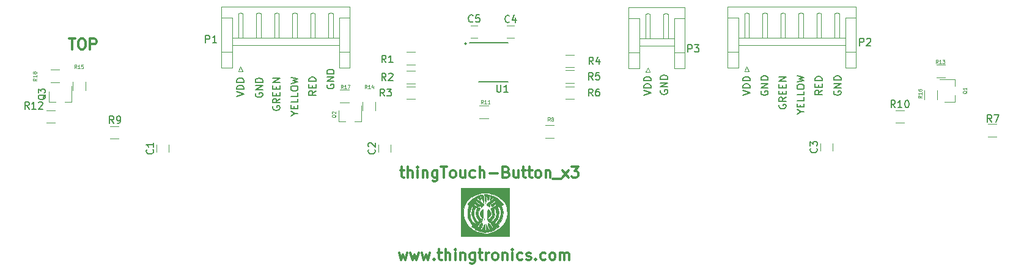
<source format=gbr>
G04 #@! TF.FileFunction,Legend,Top*
%FSLAX46Y46*%
G04 Gerber Fmt 4.6, Leading zero omitted, Abs format (unit mm)*
G04 Created by KiCad (PCBNEW 4.0.4-stable) date 08/01/17 14:05:29*
%MOMM*%
%LPD*%
G01*
G04 APERTURE LIST*
%ADD10C,0.100000*%
%ADD11C,0.150000*%
%ADD12C,0.300000*%
%ADD13C,0.120000*%
%ADD14C,0.010000*%
G04 APERTURE END LIST*
D10*
D11*
X197200000Y-91961904D02*
X197152381Y-92057142D01*
X197152381Y-92199999D01*
X197200000Y-92342857D01*
X197295238Y-92438095D01*
X197390476Y-92485714D01*
X197580952Y-92533333D01*
X197723810Y-92533333D01*
X197914286Y-92485714D01*
X198009524Y-92438095D01*
X198104762Y-92342857D01*
X198152381Y-92199999D01*
X198152381Y-92104761D01*
X198104762Y-91961904D01*
X198057143Y-91914285D01*
X197723810Y-91914285D01*
X197723810Y-92104761D01*
X198152381Y-91485714D02*
X197152381Y-91485714D01*
X198152381Y-90914285D01*
X197152381Y-90914285D01*
X198152381Y-90438095D02*
X197152381Y-90438095D01*
X197152381Y-90200000D01*
X197200000Y-90057142D01*
X197295238Y-89961904D01*
X197390476Y-89914285D01*
X197580952Y-89866666D01*
X197723810Y-89866666D01*
X197914286Y-89914285D01*
X198009524Y-89961904D01*
X198104762Y-90057142D01*
X198152381Y-90200000D01*
X198152381Y-90438095D01*
X184552381Y-92533333D02*
X185552381Y-92200000D01*
X184552381Y-91866666D01*
X185552381Y-91533333D02*
X184552381Y-91533333D01*
X184552381Y-91295238D01*
X184600000Y-91152380D01*
X184695238Y-91057142D01*
X184790476Y-91009523D01*
X184980952Y-90961904D01*
X185123810Y-90961904D01*
X185314286Y-91009523D01*
X185409524Y-91057142D01*
X185504762Y-91152380D01*
X185552381Y-91295238D01*
X185552381Y-91533333D01*
X185552381Y-90533333D02*
X184552381Y-90533333D01*
X184552381Y-90295238D01*
X184600000Y-90152380D01*
X184695238Y-90057142D01*
X184790476Y-90009523D01*
X184980952Y-89961904D01*
X185123810Y-89961904D01*
X185314286Y-90009523D01*
X185409524Y-90057142D01*
X185504762Y-90152380D01*
X185552381Y-90295238D01*
X185552381Y-90533333D01*
X187100000Y-91961904D02*
X187052381Y-92057142D01*
X187052381Y-92199999D01*
X187100000Y-92342857D01*
X187195238Y-92438095D01*
X187290476Y-92485714D01*
X187480952Y-92533333D01*
X187623810Y-92533333D01*
X187814286Y-92485714D01*
X187909524Y-92438095D01*
X188004762Y-92342857D01*
X188052381Y-92199999D01*
X188052381Y-92104761D01*
X188004762Y-91961904D01*
X187957143Y-91914285D01*
X187623810Y-91914285D01*
X187623810Y-92104761D01*
X188052381Y-91485714D02*
X187052381Y-91485714D01*
X188052381Y-90914285D01*
X187052381Y-90914285D01*
X188052381Y-90438095D02*
X187052381Y-90438095D01*
X187052381Y-90200000D01*
X187100000Y-90057142D01*
X187195238Y-89961904D01*
X187290476Y-89914285D01*
X187480952Y-89866666D01*
X187623810Y-89866666D01*
X187814286Y-89914285D01*
X187909524Y-89961904D01*
X188004762Y-90057142D01*
X188052381Y-90200000D01*
X188052381Y-90438095D01*
X170852381Y-92533333D02*
X171852381Y-92200000D01*
X170852381Y-91866666D01*
X171852381Y-91533333D02*
X170852381Y-91533333D01*
X170852381Y-91295238D01*
X170900000Y-91152380D01*
X170995238Y-91057142D01*
X171090476Y-91009523D01*
X171280952Y-90961904D01*
X171423810Y-90961904D01*
X171614286Y-91009523D01*
X171709524Y-91057142D01*
X171804762Y-91152380D01*
X171852381Y-91295238D01*
X171852381Y-91533333D01*
X171852381Y-90533333D02*
X170852381Y-90533333D01*
X170852381Y-90295238D01*
X170900000Y-90152380D01*
X170995238Y-90057142D01*
X171090476Y-90009523D01*
X171280952Y-89961904D01*
X171423810Y-89961904D01*
X171614286Y-90009523D01*
X171709524Y-90057142D01*
X171804762Y-90152380D01*
X171852381Y-90295238D01*
X171852381Y-90533333D01*
X173200000Y-91861904D02*
X173152381Y-91957142D01*
X173152381Y-92099999D01*
X173200000Y-92242857D01*
X173295238Y-92338095D01*
X173390476Y-92385714D01*
X173580952Y-92433333D01*
X173723810Y-92433333D01*
X173914286Y-92385714D01*
X174009524Y-92338095D01*
X174104762Y-92242857D01*
X174152381Y-92099999D01*
X174152381Y-92004761D01*
X174104762Y-91861904D01*
X174057143Y-91814285D01*
X173723810Y-91814285D01*
X173723810Y-92004761D01*
X174152381Y-91385714D02*
X173152381Y-91385714D01*
X174152381Y-90814285D01*
X173152381Y-90814285D01*
X174152381Y-90338095D02*
X173152381Y-90338095D01*
X173152381Y-90100000D01*
X173200000Y-89957142D01*
X173295238Y-89861904D01*
X173390476Y-89814285D01*
X173580952Y-89766666D01*
X173723810Y-89766666D01*
X173914286Y-89814285D01*
X174009524Y-89861904D01*
X174104762Y-89957142D01*
X174152381Y-90100000D01*
X174152381Y-90338095D01*
X127000000Y-91061904D02*
X126952381Y-91157142D01*
X126952381Y-91299999D01*
X127000000Y-91442857D01*
X127095238Y-91538095D01*
X127190476Y-91585714D01*
X127380952Y-91633333D01*
X127523810Y-91633333D01*
X127714286Y-91585714D01*
X127809524Y-91538095D01*
X127904762Y-91442857D01*
X127952381Y-91299999D01*
X127952381Y-91204761D01*
X127904762Y-91061904D01*
X127857143Y-91014285D01*
X127523810Y-91014285D01*
X127523810Y-91204761D01*
X127952381Y-90585714D02*
X126952381Y-90585714D01*
X127952381Y-90014285D01*
X126952381Y-90014285D01*
X127952381Y-89538095D02*
X126952381Y-89538095D01*
X126952381Y-89300000D01*
X127000000Y-89157142D01*
X127095238Y-89061904D01*
X127190476Y-89014285D01*
X127380952Y-88966666D01*
X127523810Y-88966666D01*
X127714286Y-89014285D01*
X127809524Y-89061904D01*
X127904762Y-89157142D01*
X127952381Y-89300000D01*
X127952381Y-89538095D01*
X117100000Y-92261904D02*
X117052381Y-92357142D01*
X117052381Y-92499999D01*
X117100000Y-92642857D01*
X117195238Y-92738095D01*
X117290476Y-92785714D01*
X117480952Y-92833333D01*
X117623810Y-92833333D01*
X117814286Y-92785714D01*
X117909524Y-92738095D01*
X118004762Y-92642857D01*
X118052381Y-92499999D01*
X118052381Y-92404761D01*
X118004762Y-92261904D01*
X117957143Y-92214285D01*
X117623810Y-92214285D01*
X117623810Y-92404761D01*
X118052381Y-91785714D02*
X117052381Y-91785714D01*
X118052381Y-91214285D01*
X117052381Y-91214285D01*
X118052381Y-90738095D02*
X117052381Y-90738095D01*
X117052381Y-90500000D01*
X117100000Y-90357142D01*
X117195238Y-90261904D01*
X117290476Y-90214285D01*
X117480952Y-90166666D01*
X117623810Y-90166666D01*
X117814286Y-90214285D01*
X117909524Y-90261904D01*
X118004762Y-90357142D01*
X118052381Y-90500000D01*
X118052381Y-90738095D01*
X114452381Y-92733333D02*
X115452381Y-92400000D01*
X114452381Y-92066666D01*
X115452381Y-91733333D02*
X114452381Y-91733333D01*
X114452381Y-91495238D01*
X114500000Y-91352380D01*
X114595238Y-91257142D01*
X114690476Y-91209523D01*
X114880952Y-91161904D01*
X115023810Y-91161904D01*
X115214286Y-91209523D01*
X115309524Y-91257142D01*
X115404762Y-91352380D01*
X115452381Y-91495238D01*
X115452381Y-91733333D01*
X115452381Y-90733333D02*
X114452381Y-90733333D01*
X114452381Y-90495238D01*
X114500000Y-90352380D01*
X114595238Y-90257142D01*
X114690476Y-90209523D01*
X114880952Y-90161904D01*
X115023810Y-90161904D01*
X115214286Y-90209523D01*
X115309524Y-90257142D01*
X115404762Y-90352380D01*
X115452381Y-90495238D01*
X115452381Y-90733333D01*
X122476190Y-95057143D02*
X122952381Y-95057143D01*
X121952381Y-95390476D02*
X122476190Y-95057143D01*
X121952381Y-94723809D01*
X122428571Y-94390476D02*
X122428571Y-94057142D01*
X122952381Y-93914285D02*
X122952381Y-94390476D01*
X121952381Y-94390476D01*
X121952381Y-93914285D01*
X122952381Y-93009523D02*
X122952381Y-93485714D01*
X121952381Y-93485714D01*
X122952381Y-92199999D02*
X122952381Y-92676190D01*
X121952381Y-92676190D01*
X121952381Y-91676190D02*
X121952381Y-91485713D01*
X122000000Y-91390475D01*
X122095238Y-91295237D01*
X122285714Y-91247618D01*
X122619048Y-91247618D01*
X122809524Y-91295237D01*
X122904762Y-91390475D01*
X122952381Y-91485713D01*
X122952381Y-91676190D01*
X122904762Y-91771428D01*
X122809524Y-91866666D01*
X122619048Y-91914285D01*
X122285714Y-91914285D01*
X122095238Y-91866666D01*
X122000000Y-91771428D01*
X121952381Y-91676190D01*
X121952381Y-90914285D02*
X122952381Y-90676190D01*
X122238095Y-90485713D01*
X122952381Y-90295237D01*
X121952381Y-90057142D01*
D12*
X91235714Y-84678571D02*
X92092857Y-84678571D01*
X91664286Y-86178571D02*
X91664286Y-84678571D01*
X92878571Y-84678571D02*
X93164285Y-84678571D01*
X93307143Y-84750000D01*
X93450000Y-84892857D01*
X93521428Y-85178571D01*
X93521428Y-85678571D01*
X93450000Y-85964286D01*
X93307143Y-86107143D01*
X93164285Y-86178571D01*
X92878571Y-86178571D01*
X92735714Y-86107143D01*
X92592857Y-85964286D01*
X92521428Y-85678571D01*
X92521428Y-85178571D01*
X92592857Y-84892857D01*
X92735714Y-84750000D01*
X92878571Y-84678571D01*
X94164286Y-86178571D02*
X94164286Y-84678571D01*
X94735714Y-84678571D01*
X94878572Y-84750000D01*
X94950000Y-84821429D01*
X95021429Y-84964286D01*
X95021429Y-85178571D01*
X94950000Y-85321429D01*
X94878572Y-85392857D01*
X94735714Y-85464286D01*
X94164286Y-85464286D01*
D11*
X146300000Y-85400000D02*
G75*
G03X146300000Y-85400000I-141421J0D01*
G01*
D12*
X136942856Y-114378571D02*
X137228570Y-115378571D01*
X137514284Y-114664286D01*
X137799999Y-115378571D01*
X138085713Y-114378571D01*
X138514285Y-114378571D02*
X138799999Y-115378571D01*
X139085713Y-114664286D01*
X139371428Y-115378571D01*
X139657142Y-114378571D01*
X140085714Y-114378571D02*
X140371428Y-115378571D01*
X140657142Y-114664286D01*
X140942857Y-115378571D01*
X141228571Y-114378571D01*
X141800000Y-115235714D02*
X141871428Y-115307143D01*
X141800000Y-115378571D01*
X141728571Y-115307143D01*
X141800000Y-115235714D01*
X141800000Y-115378571D01*
X142300000Y-114378571D02*
X142871429Y-114378571D01*
X142514286Y-113878571D02*
X142514286Y-115164286D01*
X142585714Y-115307143D01*
X142728572Y-115378571D01*
X142871429Y-115378571D01*
X143371429Y-115378571D02*
X143371429Y-113878571D01*
X144014286Y-115378571D02*
X144014286Y-114592857D01*
X143942857Y-114450000D01*
X143800000Y-114378571D01*
X143585715Y-114378571D01*
X143442857Y-114450000D01*
X143371429Y-114521429D01*
X144728572Y-115378571D02*
X144728572Y-114378571D01*
X144728572Y-113878571D02*
X144657143Y-113950000D01*
X144728572Y-114021429D01*
X144800000Y-113950000D01*
X144728572Y-113878571D01*
X144728572Y-114021429D01*
X145442858Y-114378571D02*
X145442858Y-115378571D01*
X145442858Y-114521429D02*
X145514286Y-114450000D01*
X145657144Y-114378571D01*
X145871429Y-114378571D01*
X146014286Y-114450000D01*
X146085715Y-114592857D01*
X146085715Y-115378571D01*
X147442858Y-114378571D02*
X147442858Y-115592857D01*
X147371429Y-115735714D01*
X147300001Y-115807143D01*
X147157144Y-115878571D01*
X146942858Y-115878571D01*
X146800001Y-115807143D01*
X147442858Y-115307143D02*
X147300001Y-115378571D01*
X147014287Y-115378571D01*
X146871429Y-115307143D01*
X146800001Y-115235714D01*
X146728572Y-115092857D01*
X146728572Y-114664286D01*
X146800001Y-114521429D01*
X146871429Y-114450000D01*
X147014287Y-114378571D01*
X147300001Y-114378571D01*
X147442858Y-114450000D01*
X147942858Y-114378571D02*
X148514287Y-114378571D01*
X148157144Y-113878571D02*
X148157144Y-115164286D01*
X148228572Y-115307143D01*
X148371430Y-115378571D01*
X148514287Y-115378571D01*
X149014287Y-115378571D02*
X149014287Y-114378571D01*
X149014287Y-114664286D02*
X149085715Y-114521429D01*
X149157144Y-114450000D01*
X149300001Y-114378571D01*
X149442858Y-114378571D01*
X150157144Y-115378571D02*
X150014286Y-115307143D01*
X149942858Y-115235714D01*
X149871429Y-115092857D01*
X149871429Y-114664286D01*
X149942858Y-114521429D01*
X150014286Y-114450000D01*
X150157144Y-114378571D01*
X150371429Y-114378571D01*
X150514286Y-114450000D01*
X150585715Y-114521429D01*
X150657144Y-114664286D01*
X150657144Y-115092857D01*
X150585715Y-115235714D01*
X150514286Y-115307143D01*
X150371429Y-115378571D01*
X150157144Y-115378571D01*
X151300001Y-114378571D02*
X151300001Y-115378571D01*
X151300001Y-114521429D02*
X151371429Y-114450000D01*
X151514287Y-114378571D01*
X151728572Y-114378571D01*
X151871429Y-114450000D01*
X151942858Y-114592857D01*
X151942858Y-115378571D01*
X152657144Y-115378571D02*
X152657144Y-114378571D01*
X152657144Y-113878571D02*
X152585715Y-113950000D01*
X152657144Y-114021429D01*
X152728572Y-113950000D01*
X152657144Y-113878571D01*
X152657144Y-114021429D01*
X154014287Y-115307143D02*
X153871430Y-115378571D01*
X153585716Y-115378571D01*
X153442858Y-115307143D01*
X153371430Y-115235714D01*
X153300001Y-115092857D01*
X153300001Y-114664286D01*
X153371430Y-114521429D01*
X153442858Y-114450000D01*
X153585716Y-114378571D01*
X153871430Y-114378571D01*
X154014287Y-114450000D01*
X154585715Y-115307143D02*
X154728572Y-115378571D01*
X155014287Y-115378571D01*
X155157144Y-115307143D01*
X155228572Y-115164286D01*
X155228572Y-115092857D01*
X155157144Y-114950000D01*
X155014287Y-114878571D01*
X154800001Y-114878571D01*
X154657144Y-114807143D01*
X154585715Y-114664286D01*
X154585715Y-114592857D01*
X154657144Y-114450000D01*
X154800001Y-114378571D01*
X155014287Y-114378571D01*
X155157144Y-114450000D01*
X155871430Y-115235714D02*
X155942858Y-115307143D01*
X155871430Y-115378571D01*
X155800001Y-115307143D01*
X155871430Y-115235714D01*
X155871430Y-115378571D01*
X157228573Y-115307143D02*
X157085716Y-115378571D01*
X156800002Y-115378571D01*
X156657144Y-115307143D01*
X156585716Y-115235714D01*
X156514287Y-115092857D01*
X156514287Y-114664286D01*
X156585716Y-114521429D01*
X156657144Y-114450000D01*
X156800002Y-114378571D01*
X157085716Y-114378571D01*
X157228573Y-114450000D01*
X158085716Y-115378571D02*
X157942858Y-115307143D01*
X157871430Y-115235714D01*
X157800001Y-115092857D01*
X157800001Y-114664286D01*
X157871430Y-114521429D01*
X157942858Y-114450000D01*
X158085716Y-114378571D01*
X158300001Y-114378571D01*
X158442858Y-114450000D01*
X158514287Y-114521429D01*
X158585716Y-114664286D01*
X158585716Y-115092857D01*
X158514287Y-115235714D01*
X158442858Y-115307143D01*
X158300001Y-115378571D01*
X158085716Y-115378571D01*
X159228573Y-115378571D02*
X159228573Y-114378571D01*
X159228573Y-114521429D02*
X159300001Y-114450000D01*
X159442859Y-114378571D01*
X159657144Y-114378571D01*
X159800001Y-114450000D01*
X159871430Y-114592857D01*
X159871430Y-115378571D01*
X159871430Y-114592857D02*
X159942859Y-114450000D01*
X160085716Y-114378571D01*
X160300001Y-114378571D01*
X160442859Y-114450000D01*
X160514287Y-114592857D01*
X160514287Y-115378571D01*
X137107142Y-102978571D02*
X137678571Y-102978571D01*
X137321428Y-102478571D02*
X137321428Y-103764286D01*
X137392856Y-103907143D01*
X137535714Y-103978571D01*
X137678571Y-103978571D01*
X138178571Y-103978571D02*
X138178571Y-102478571D01*
X138821428Y-103978571D02*
X138821428Y-103192857D01*
X138749999Y-103050000D01*
X138607142Y-102978571D01*
X138392857Y-102978571D01*
X138249999Y-103050000D01*
X138178571Y-103121429D01*
X139535714Y-103978571D02*
X139535714Y-102978571D01*
X139535714Y-102478571D02*
X139464285Y-102550000D01*
X139535714Y-102621429D01*
X139607142Y-102550000D01*
X139535714Y-102478571D01*
X139535714Y-102621429D01*
X140250000Y-102978571D02*
X140250000Y-103978571D01*
X140250000Y-103121429D02*
X140321428Y-103050000D01*
X140464286Y-102978571D01*
X140678571Y-102978571D01*
X140821428Y-103050000D01*
X140892857Y-103192857D01*
X140892857Y-103978571D01*
X142250000Y-102978571D02*
X142250000Y-104192857D01*
X142178571Y-104335714D01*
X142107143Y-104407143D01*
X141964286Y-104478571D01*
X141750000Y-104478571D01*
X141607143Y-104407143D01*
X142250000Y-103907143D02*
X142107143Y-103978571D01*
X141821429Y-103978571D01*
X141678571Y-103907143D01*
X141607143Y-103835714D01*
X141535714Y-103692857D01*
X141535714Y-103264286D01*
X141607143Y-103121429D01*
X141678571Y-103050000D01*
X141821429Y-102978571D01*
X142107143Y-102978571D01*
X142250000Y-103050000D01*
X142750000Y-102478571D02*
X143607143Y-102478571D01*
X143178572Y-103978571D02*
X143178572Y-102478571D01*
X144321429Y-103978571D02*
X144178571Y-103907143D01*
X144107143Y-103835714D01*
X144035714Y-103692857D01*
X144035714Y-103264286D01*
X144107143Y-103121429D01*
X144178571Y-103050000D01*
X144321429Y-102978571D01*
X144535714Y-102978571D01*
X144678571Y-103050000D01*
X144750000Y-103121429D01*
X144821429Y-103264286D01*
X144821429Y-103692857D01*
X144750000Y-103835714D01*
X144678571Y-103907143D01*
X144535714Y-103978571D01*
X144321429Y-103978571D01*
X146107143Y-102978571D02*
X146107143Y-103978571D01*
X145464286Y-102978571D02*
X145464286Y-103764286D01*
X145535714Y-103907143D01*
X145678572Y-103978571D01*
X145892857Y-103978571D01*
X146035714Y-103907143D01*
X146107143Y-103835714D01*
X147464286Y-103907143D02*
X147321429Y-103978571D01*
X147035715Y-103978571D01*
X146892857Y-103907143D01*
X146821429Y-103835714D01*
X146750000Y-103692857D01*
X146750000Y-103264286D01*
X146821429Y-103121429D01*
X146892857Y-103050000D01*
X147035715Y-102978571D01*
X147321429Y-102978571D01*
X147464286Y-103050000D01*
X148107143Y-103978571D02*
X148107143Y-102478571D01*
X148750000Y-103978571D02*
X148750000Y-103192857D01*
X148678571Y-103050000D01*
X148535714Y-102978571D01*
X148321429Y-102978571D01*
X148178571Y-103050000D01*
X148107143Y-103121429D01*
X149464286Y-103407143D02*
X150607143Y-103407143D01*
X151821429Y-103192857D02*
X152035715Y-103264286D01*
X152107143Y-103335714D01*
X152178572Y-103478571D01*
X152178572Y-103692857D01*
X152107143Y-103835714D01*
X152035715Y-103907143D01*
X151892857Y-103978571D01*
X151321429Y-103978571D01*
X151321429Y-102478571D01*
X151821429Y-102478571D01*
X151964286Y-102550000D01*
X152035715Y-102621429D01*
X152107143Y-102764286D01*
X152107143Y-102907143D01*
X152035715Y-103050000D01*
X151964286Y-103121429D01*
X151821429Y-103192857D01*
X151321429Y-103192857D01*
X153464286Y-102978571D02*
X153464286Y-103978571D01*
X152821429Y-102978571D02*
X152821429Y-103764286D01*
X152892857Y-103907143D01*
X153035715Y-103978571D01*
X153250000Y-103978571D01*
X153392857Y-103907143D01*
X153464286Y-103835714D01*
X153964286Y-102978571D02*
X154535715Y-102978571D01*
X154178572Y-102478571D02*
X154178572Y-103764286D01*
X154250000Y-103907143D01*
X154392858Y-103978571D01*
X154535715Y-103978571D01*
X154821429Y-102978571D02*
X155392858Y-102978571D01*
X155035715Y-102478571D02*
X155035715Y-103764286D01*
X155107143Y-103907143D01*
X155250001Y-103978571D01*
X155392858Y-103978571D01*
X156107144Y-103978571D02*
X155964286Y-103907143D01*
X155892858Y-103835714D01*
X155821429Y-103692857D01*
X155821429Y-103264286D01*
X155892858Y-103121429D01*
X155964286Y-103050000D01*
X156107144Y-102978571D01*
X156321429Y-102978571D01*
X156464286Y-103050000D01*
X156535715Y-103121429D01*
X156607144Y-103264286D01*
X156607144Y-103692857D01*
X156535715Y-103835714D01*
X156464286Y-103907143D01*
X156321429Y-103978571D01*
X156107144Y-103978571D01*
X157250001Y-102978571D02*
X157250001Y-103978571D01*
X157250001Y-103121429D02*
X157321429Y-103050000D01*
X157464287Y-102978571D01*
X157678572Y-102978571D01*
X157821429Y-103050000D01*
X157892858Y-103192857D01*
X157892858Y-103978571D01*
X158250001Y-104121429D02*
X159392858Y-104121429D01*
X159607144Y-103978571D02*
X160392858Y-102978571D01*
X159607144Y-102978571D02*
X160392858Y-103978571D01*
X160821430Y-102478571D02*
X161750001Y-102478571D01*
X161250001Y-103050000D01*
X161464287Y-103050000D01*
X161607144Y-103121429D01*
X161678573Y-103192857D01*
X161750001Y-103335714D01*
X161750001Y-103692857D01*
X161678573Y-103835714D01*
X161607144Y-103907143D01*
X161464287Y-103978571D01*
X161035715Y-103978571D01*
X160892858Y-103907143D01*
X160821430Y-103835714D01*
D11*
X189600000Y-93866666D02*
X189552381Y-93961904D01*
X189552381Y-94104761D01*
X189600000Y-94247619D01*
X189695238Y-94342857D01*
X189790476Y-94390476D01*
X189980952Y-94438095D01*
X190123810Y-94438095D01*
X190314286Y-94390476D01*
X190409524Y-94342857D01*
X190504762Y-94247619D01*
X190552381Y-94104761D01*
X190552381Y-94009523D01*
X190504762Y-93866666D01*
X190457143Y-93819047D01*
X190123810Y-93819047D01*
X190123810Y-94009523D01*
X190552381Y-92819047D02*
X190076190Y-93152381D01*
X190552381Y-93390476D02*
X189552381Y-93390476D01*
X189552381Y-93009523D01*
X189600000Y-92914285D01*
X189647619Y-92866666D01*
X189742857Y-92819047D01*
X189885714Y-92819047D01*
X189980952Y-92866666D01*
X190028571Y-92914285D01*
X190076190Y-93009523D01*
X190076190Y-93390476D01*
X190028571Y-92390476D02*
X190028571Y-92057142D01*
X190552381Y-91914285D02*
X190552381Y-92390476D01*
X189552381Y-92390476D01*
X189552381Y-91914285D01*
X190028571Y-91485714D02*
X190028571Y-91152380D01*
X190552381Y-91009523D02*
X190552381Y-91485714D01*
X189552381Y-91485714D01*
X189552381Y-91009523D01*
X190552381Y-90580952D02*
X189552381Y-90580952D01*
X190552381Y-90009523D01*
X189552381Y-90009523D01*
X192576190Y-94857143D02*
X193052381Y-94857143D01*
X192052381Y-95190476D02*
X192576190Y-94857143D01*
X192052381Y-94523809D01*
X192528571Y-94190476D02*
X192528571Y-93857142D01*
X193052381Y-93714285D02*
X193052381Y-94190476D01*
X192052381Y-94190476D01*
X192052381Y-93714285D01*
X193052381Y-92809523D02*
X193052381Y-93285714D01*
X192052381Y-93285714D01*
X193052381Y-91999999D02*
X193052381Y-92476190D01*
X192052381Y-92476190D01*
X192052381Y-91476190D02*
X192052381Y-91285713D01*
X192100000Y-91190475D01*
X192195238Y-91095237D01*
X192385714Y-91047618D01*
X192719048Y-91047618D01*
X192909524Y-91095237D01*
X193004762Y-91190475D01*
X193052381Y-91285713D01*
X193052381Y-91476190D01*
X193004762Y-91571428D01*
X192909524Y-91666666D01*
X192719048Y-91714285D01*
X192385714Y-91714285D01*
X192195238Y-91666666D01*
X192100000Y-91571428D01*
X192052381Y-91476190D01*
X192052381Y-90714285D02*
X193052381Y-90476190D01*
X192338095Y-90285713D01*
X193052381Y-90095237D01*
X192052381Y-89857142D01*
X195552381Y-91842857D02*
X195076190Y-92176191D01*
X195552381Y-92414286D02*
X194552381Y-92414286D01*
X194552381Y-92033333D01*
X194600000Y-91938095D01*
X194647619Y-91890476D01*
X194742857Y-91842857D01*
X194885714Y-91842857D01*
X194980952Y-91890476D01*
X195028571Y-91938095D01*
X195076190Y-92033333D01*
X195076190Y-92414286D01*
X195028571Y-91414286D02*
X195028571Y-91080952D01*
X195552381Y-90938095D02*
X195552381Y-91414286D01*
X194552381Y-91414286D01*
X194552381Y-90938095D01*
X195552381Y-90509524D02*
X194552381Y-90509524D01*
X194552381Y-90271429D01*
X194600000Y-90128571D01*
X194695238Y-90033333D01*
X194790476Y-89985714D01*
X194980952Y-89938095D01*
X195123810Y-89938095D01*
X195314286Y-89985714D01*
X195409524Y-90033333D01*
X195504762Y-90128571D01*
X195552381Y-90271429D01*
X195552381Y-90509524D01*
X125452381Y-91942857D02*
X124976190Y-92276191D01*
X125452381Y-92514286D02*
X124452381Y-92514286D01*
X124452381Y-92133333D01*
X124500000Y-92038095D01*
X124547619Y-91990476D01*
X124642857Y-91942857D01*
X124785714Y-91942857D01*
X124880952Y-91990476D01*
X124928571Y-92038095D01*
X124976190Y-92133333D01*
X124976190Y-92514286D01*
X124928571Y-91514286D02*
X124928571Y-91180952D01*
X125452381Y-91038095D02*
X125452381Y-91514286D01*
X124452381Y-91514286D01*
X124452381Y-91038095D01*
X125452381Y-90609524D02*
X124452381Y-90609524D01*
X124452381Y-90371429D01*
X124500000Y-90228571D01*
X124595238Y-90133333D01*
X124690476Y-90085714D01*
X124880952Y-90038095D01*
X125023810Y-90038095D01*
X125214286Y-90085714D01*
X125309524Y-90133333D01*
X125404762Y-90228571D01*
X125452381Y-90371429D01*
X125452381Y-90609524D01*
X119500000Y-94066666D02*
X119452381Y-94161904D01*
X119452381Y-94304761D01*
X119500000Y-94447619D01*
X119595238Y-94542857D01*
X119690476Y-94590476D01*
X119880952Y-94638095D01*
X120023810Y-94638095D01*
X120214286Y-94590476D01*
X120309524Y-94542857D01*
X120404762Y-94447619D01*
X120452381Y-94304761D01*
X120452381Y-94209523D01*
X120404762Y-94066666D01*
X120357143Y-94019047D01*
X120023810Y-94019047D01*
X120023810Y-94209523D01*
X120452381Y-93019047D02*
X119976190Y-93352381D01*
X120452381Y-93590476D02*
X119452381Y-93590476D01*
X119452381Y-93209523D01*
X119500000Y-93114285D01*
X119547619Y-93066666D01*
X119642857Y-93019047D01*
X119785714Y-93019047D01*
X119880952Y-93066666D01*
X119928571Y-93114285D01*
X119976190Y-93209523D01*
X119976190Y-93590476D01*
X119928571Y-92590476D02*
X119928571Y-92257142D01*
X120452381Y-92114285D02*
X120452381Y-92590476D01*
X119452381Y-92590476D01*
X119452381Y-92114285D01*
X119928571Y-91685714D02*
X119928571Y-91352380D01*
X120452381Y-91209523D02*
X120452381Y-91685714D01*
X119452381Y-91685714D01*
X119452381Y-91209523D01*
X120452381Y-90780952D02*
X119452381Y-90780952D01*
X120452381Y-90209523D01*
X119452381Y-90209523D01*
D13*
X170250000Y-86650000D02*
X170250000Y-88850000D01*
X170250000Y-88850000D02*
X168750000Y-88850000D01*
X168750000Y-88850000D02*
X168750000Y-80350000D01*
X168750000Y-80350000D02*
X176550000Y-80350000D01*
X176550000Y-80350000D02*
X176550000Y-88850000D01*
X176550000Y-88850000D02*
X175050000Y-88850000D01*
X175050000Y-88850000D02*
X175050000Y-86650000D01*
X168750000Y-81850000D02*
X170250000Y-81850000D01*
X170250000Y-81850000D02*
X170250000Y-86650000D01*
X170250000Y-86650000D02*
X168750000Y-86650000D01*
X176550000Y-81850000D02*
X175050000Y-81850000D01*
X175050000Y-81850000D02*
X175050000Y-86650000D01*
X175050000Y-86650000D02*
X176550000Y-86650000D01*
X170250000Y-84700000D02*
X175050000Y-84700000D01*
X170250000Y-85700000D02*
X175050000Y-85700000D01*
X171400000Y-84700000D02*
X171080000Y-84700000D01*
X171080000Y-84700000D02*
X171080000Y-81280000D01*
X171080000Y-81280000D02*
X171400000Y-81200000D01*
X171400000Y-81200000D02*
X171720000Y-81280000D01*
X171720000Y-81280000D02*
X171720000Y-84700000D01*
X171720000Y-84700000D02*
X171400000Y-84700000D01*
X173900000Y-84700000D02*
X173580000Y-84700000D01*
X173580000Y-84700000D02*
X173580000Y-81280000D01*
X173580000Y-81280000D02*
X173900000Y-81200000D01*
X173900000Y-81200000D02*
X174220000Y-81280000D01*
X174220000Y-81280000D02*
X174220000Y-84700000D01*
X174220000Y-84700000D02*
X173900000Y-84700000D01*
X171400000Y-88700000D02*
X171100000Y-89300000D01*
X171100000Y-89300000D02*
X171700000Y-89300000D01*
X171700000Y-89300000D02*
X171400000Y-88700000D01*
X137950000Y-89170000D02*
X139150000Y-89170000D01*
X139150000Y-90930000D02*
X137950000Y-90930000D01*
X103390000Y-99410000D02*
X103390000Y-100410000D01*
X105090000Y-100410000D02*
X105090000Y-99410000D01*
X134100000Y-99400000D02*
X134100000Y-100400000D01*
X135800000Y-100400000D02*
X135800000Y-99400000D01*
X195320000Y-99230000D02*
X195320000Y-100230000D01*
X197020000Y-100230000D02*
X197020000Y-99230000D01*
X152900000Y-82900000D02*
X151900000Y-82900000D01*
X151900000Y-84600000D02*
X152900000Y-84600000D01*
X146850000Y-84550000D02*
X147850000Y-84550000D01*
X147850000Y-82850000D02*
X146850000Y-82850000D01*
X138000000Y-86520000D02*
X139200000Y-86520000D01*
X139200000Y-88280000D02*
X138000000Y-88280000D01*
X137950000Y-91320000D02*
X139150000Y-91320000D01*
X139150000Y-93080000D02*
X137950000Y-93080000D01*
X160000000Y-86920000D02*
X161200000Y-86920000D01*
X161200000Y-88680000D02*
X160000000Y-88680000D01*
X160000000Y-89070000D02*
X161200000Y-89070000D01*
X161200000Y-90830000D02*
X160000000Y-90830000D01*
X160000000Y-91320000D02*
X161200000Y-91320000D01*
X161200000Y-93080000D02*
X160000000Y-93080000D01*
X218500000Y-96520000D02*
X219700000Y-96520000D01*
X219700000Y-98280000D02*
X218500000Y-98280000D01*
X157200000Y-96720000D02*
X158400000Y-96720000D01*
X158400000Y-98480000D02*
X157200000Y-98480000D01*
X96900000Y-96820000D02*
X98100000Y-96820000D01*
X98100000Y-98580000D02*
X96900000Y-98580000D01*
D11*
X148000000Y-90675000D02*
X152000000Y-90675000D01*
X146725000Y-85275000D02*
X152000000Y-85275000D01*
D14*
G36*
X152186666Y-112086666D02*
X145498000Y-112086666D01*
X145498000Y-108995377D01*
X145849415Y-108995377D01*
X145850412Y-109013193D01*
X145950757Y-109631690D01*
X146185237Y-110179418D01*
X146569566Y-110690246D01*
X146683503Y-110808773D01*
X147118963Y-111182178D01*
X147582055Y-111439298D01*
X148137303Y-111614944D01*
X148207333Y-111630909D01*
X148578404Y-111705236D01*
X148859911Y-111734462D01*
X149125161Y-111719830D01*
X149447456Y-111662581D01*
X149494332Y-111652719D01*
X150186090Y-111432469D01*
X150782220Y-111094316D01*
X151268849Y-110653919D01*
X151632103Y-110126940D01*
X151858112Y-109529040D01*
X151933085Y-108899562D01*
X151905259Y-108464907D01*
X151830783Y-108056570D01*
X151785055Y-107904861D01*
X151668078Y-107652699D01*
X151501524Y-107382275D01*
X151313098Y-107128423D01*
X151130507Y-106925980D01*
X150981454Y-106809779D01*
X150907060Y-106800937D01*
X150849392Y-106784245D01*
X150851068Y-106737793D01*
X150803704Y-106642184D01*
X150732142Y-106624586D01*
X150568126Y-106582406D01*
X150520475Y-106547512D01*
X150510400Y-106510890D01*
X150556833Y-106532422D01*
X150650917Y-106561779D01*
X150662666Y-106547717D01*
X150589580Y-106463296D01*
X150409190Y-106366066D01*
X150179796Y-106278550D01*
X149959701Y-106223272D01*
X149815262Y-106220327D01*
X149682232Y-106232893D01*
X149670694Y-106189619D01*
X149615611Y-106151440D01*
X149408168Y-106124301D01*
X149065081Y-106109850D01*
X148842333Y-106107897D01*
X148436265Y-106115213D01*
X148157284Y-106136062D01*
X148022105Y-106168794D01*
X148013972Y-106189619D01*
X147990281Y-106236648D01*
X147881789Y-106223566D01*
X147754395Y-106214291D01*
X147755438Y-106266950D01*
X147750120Y-106322302D01*
X147670889Y-106304045D01*
X147553743Y-106297909D01*
X147530000Y-106336987D01*
X147477972Y-106385075D01*
X147445333Y-106371666D01*
X147367439Y-106381188D01*
X147360666Y-106413999D01*
X147313055Y-106472795D01*
X147286085Y-106462566D01*
X147171172Y-106481832D01*
X146982253Y-106602700D01*
X146753224Y-106796269D01*
X146517984Y-107033638D01*
X146310428Y-107285909D01*
X146294569Y-107307926D01*
X146015693Y-107809959D01*
X145870654Y-108359599D01*
X145849415Y-108995377D01*
X145498000Y-108995377D01*
X145498000Y-105398000D01*
X152186666Y-105398000D01*
X152186666Y-112086666D01*
X152186666Y-112086666D01*
G37*
X152186666Y-112086666D02*
X145498000Y-112086666D01*
X145498000Y-108995377D01*
X145849415Y-108995377D01*
X145850412Y-109013193D01*
X145950757Y-109631690D01*
X146185237Y-110179418D01*
X146569566Y-110690246D01*
X146683503Y-110808773D01*
X147118963Y-111182178D01*
X147582055Y-111439298D01*
X148137303Y-111614944D01*
X148207333Y-111630909D01*
X148578404Y-111705236D01*
X148859911Y-111734462D01*
X149125161Y-111719830D01*
X149447456Y-111662581D01*
X149494332Y-111652719D01*
X150186090Y-111432469D01*
X150782220Y-111094316D01*
X151268849Y-110653919D01*
X151632103Y-110126940D01*
X151858112Y-109529040D01*
X151933085Y-108899562D01*
X151905259Y-108464907D01*
X151830783Y-108056570D01*
X151785055Y-107904861D01*
X151668078Y-107652699D01*
X151501524Y-107382275D01*
X151313098Y-107128423D01*
X151130507Y-106925980D01*
X150981454Y-106809779D01*
X150907060Y-106800937D01*
X150849392Y-106784245D01*
X150851068Y-106737793D01*
X150803704Y-106642184D01*
X150732142Y-106624586D01*
X150568126Y-106582406D01*
X150520475Y-106547512D01*
X150510400Y-106510890D01*
X150556833Y-106532422D01*
X150650917Y-106561779D01*
X150662666Y-106547717D01*
X150589580Y-106463296D01*
X150409190Y-106366066D01*
X150179796Y-106278550D01*
X149959701Y-106223272D01*
X149815262Y-106220327D01*
X149682232Y-106232893D01*
X149670694Y-106189619D01*
X149615611Y-106151440D01*
X149408168Y-106124301D01*
X149065081Y-106109850D01*
X148842333Y-106107897D01*
X148436265Y-106115213D01*
X148157284Y-106136062D01*
X148022105Y-106168794D01*
X148013972Y-106189619D01*
X147990281Y-106236648D01*
X147881789Y-106223566D01*
X147754395Y-106214291D01*
X147755438Y-106266950D01*
X147750120Y-106322302D01*
X147670889Y-106304045D01*
X147553743Y-106297909D01*
X147530000Y-106336987D01*
X147477972Y-106385075D01*
X147445333Y-106371666D01*
X147367439Y-106381188D01*
X147360666Y-106413999D01*
X147313055Y-106472795D01*
X147286085Y-106462566D01*
X147171172Y-106481832D01*
X146982253Y-106602700D01*
X146753224Y-106796269D01*
X146517984Y-107033638D01*
X146310428Y-107285909D01*
X146294569Y-107307926D01*
X146015693Y-107809959D01*
X145870654Y-108359599D01*
X145849415Y-108995377D01*
X145498000Y-108995377D01*
X145498000Y-105398000D01*
X152186666Y-105398000D01*
X152186666Y-112086666D01*
G36*
X149051996Y-106284539D02*
X149283617Y-106318853D01*
X149958463Y-106496516D01*
X150539134Y-106803843D01*
X150950414Y-107147325D01*
X151201361Y-107422399D01*
X151323607Y-107622724D01*
X151313667Y-107740059D01*
X151213000Y-107768666D01*
X151128756Y-107769663D01*
X151098805Y-107800798D01*
X151122876Y-107904287D01*
X151200699Y-108122346D01*
X151210558Y-108149666D01*
X151334418Y-108725124D01*
X151290415Y-109300777D01*
X151078060Y-109879512D01*
X150854508Y-110251505D01*
X150723699Y-110463156D01*
X150695477Y-110585118D01*
X150743121Y-110644730D01*
X150769459Y-110715360D01*
X150663972Y-110828603D01*
X150483862Y-110955099D01*
X150260077Y-111108416D01*
X150096853Y-111235150D01*
X150050129Y-111281540D01*
X149993063Y-111316318D01*
X149986629Y-111293133D01*
X149935046Y-111272851D01*
X149876038Y-111309972D01*
X149720672Y-111385429D01*
X149491412Y-111445789D01*
X149473871Y-111448798D01*
X149202015Y-111495959D01*
X148965252Y-111540766D01*
X148784477Y-111555510D01*
X148696353Y-111531464D01*
X148583787Y-111489125D01*
X148375873Y-111453880D01*
X148335172Y-111449684D01*
X148094215Y-111403171D01*
X148008673Y-111367000D01*
X148122666Y-111367000D01*
X148165000Y-111409333D01*
X148207333Y-111367000D01*
X148165000Y-111324666D01*
X148122666Y-111367000D01*
X148008673Y-111367000D01*
X147915742Y-111327705D01*
X147903525Y-111318463D01*
X147779978Y-111254340D01*
X147732565Y-111263212D01*
X147643130Y-111249956D01*
X147531010Y-111169444D01*
X147346414Y-111016451D01*
X147149666Y-110870632D01*
X146999827Y-110731747D01*
X147007265Y-110628272D01*
X147009717Y-110625748D01*
X147029033Y-110503957D01*
X146914303Y-110299711D01*
X146892736Y-110270892D01*
X146715401Y-109999232D01*
X146564923Y-109707066D01*
X146558952Y-109692995D01*
X146471463Y-109356126D01*
X146434381Y-108933443D01*
X146436998Y-108857055D01*
X146737684Y-108857055D01*
X146752937Y-109211062D01*
X146817464Y-109536545D01*
X146888744Y-109716000D01*
X147078843Y-110029615D01*
X147267677Y-110246495D01*
X147431125Y-110341786D01*
X147491960Y-110337636D01*
X147534664Y-110271426D01*
X147474616Y-110126514D01*
X147355697Y-109949703D01*
X147093443Y-109491778D01*
X146981828Y-109031597D01*
X146987301Y-108955485D01*
X147276000Y-108955485D01*
X147334934Y-109278146D01*
X147489178Y-109630729D01*
X147680332Y-109906500D01*
X147830743Y-110038147D01*
X147945793Y-110029082D01*
X147977894Y-110001883D01*
X147965040Y-109908720D01*
X147868809Y-109740037D01*
X147823374Y-109677313D01*
X147611860Y-109297973D01*
X147562196Y-108908611D01*
X147639475Y-108553997D01*
X147713838Y-108293171D01*
X147706941Y-108153962D01*
X147616033Y-108107954D01*
X147596235Y-108107333D01*
X147509498Y-108181629D01*
X147414450Y-108368029D01*
X147331754Y-108611803D01*
X147282077Y-108858219D01*
X147276000Y-108955485D01*
X146987301Y-108955485D01*
X147017411Y-108536782D01*
X147156532Y-108075901D01*
X147152394Y-107958874D01*
X147083663Y-107938000D01*
X146944695Y-108014996D01*
X146837851Y-108219911D01*
X146767418Y-108513635D01*
X146737684Y-108857055D01*
X146436998Y-108857055D01*
X146449192Y-108501245D01*
X146517379Y-108135828D01*
X146528030Y-108103477D01*
X146582995Y-107898961D01*
X146557956Y-107803396D01*
X146528030Y-107787454D01*
X146444900Y-107728072D01*
X146458919Y-107620599D01*
X146580091Y-107442675D01*
X146789166Y-107203678D01*
X147042872Y-106970442D01*
X147347111Y-106755190D01*
X147672368Y-106570413D01*
X147989127Y-106428602D01*
X148267870Y-106342248D01*
X148479082Y-106323843D01*
X148593248Y-106385878D01*
X148605110Y-106435166D01*
X148615922Y-106571913D01*
X148641188Y-106817372D01*
X148667394Y-107049000D01*
X148692887Y-107326822D01*
X148684504Y-107451202D01*
X148641260Y-107434803D01*
X148637802Y-107430000D01*
X148558446Y-107244986D01*
X148547296Y-107165200D01*
X148485481Y-106998012D01*
X148417088Y-106920413D01*
X148329601Y-106754409D01*
X148338127Y-106656046D01*
X148335808Y-106525481D01*
X148255372Y-106498666D01*
X148161828Y-106501041D01*
X148131859Y-106540000D01*
X148157366Y-106663292D01*
X148201423Y-106816725D01*
X148232989Y-107022715D01*
X148185267Y-107090093D01*
X148078195Y-107007393D01*
X148018351Y-106921999D01*
X147899209Y-106798326D01*
X147774675Y-106750598D01*
X147702469Y-106796805D01*
X147699333Y-106822574D01*
X147763930Y-106943834D01*
X147916152Y-107091803D01*
X148093645Y-107214580D01*
X148225642Y-107260666D01*
X148354869Y-107326906D01*
X148503869Y-107490660D01*
X148533952Y-107535345D01*
X148641995Y-107715325D01*
X148659735Y-107804294D01*
X148588442Y-107853678D01*
X148542266Y-107871283D01*
X148407761Y-107959699D01*
X148376666Y-108024935D01*
X148324957Y-108078040D01*
X148292000Y-108065000D01*
X148231000Y-107950543D01*
X148207333Y-107763669D01*
X148181227Y-107587517D01*
X148118818Y-107514666D01*
X148004872Y-107459537D01*
X147840495Y-107324204D01*
X147813505Y-107297868D01*
X147659577Y-107169029D01*
X147555825Y-107127221D01*
X147545181Y-107132596D01*
X147537841Y-107242376D01*
X147640728Y-107392772D01*
X147818246Y-107538318D01*
X147897643Y-107582786D01*
X148059298Y-107699596D01*
X148122666Y-107815619D01*
X148063818Y-107919676D01*
X147920775Y-107929862D01*
X147743788Y-107855251D01*
X147594790Y-107720294D01*
X147441125Y-107575991D01*
X147338485Y-107587647D01*
X147335681Y-107690760D01*
X147439721Y-107832610D01*
X147606975Y-107974276D01*
X147793813Y-108076837D01*
X147918055Y-108104657D01*
X148098240Y-108133025D01*
X148145517Y-108227800D01*
X148067851Y-108414830D01*
X148032206Y-108475167D01*
X147921294Y-108710290D01*
X147869484Y-108924928D01*
X147868983Y-108940936D01*
X147916399Y-109167862D01*
X148033420Y-109413113D01*
X148181278Y-109606776D01*
X148273993Y-109671286D01*
X148427748Y-109693926D01*
X148462318Y-109617252D01*
X148371878Y-109467739D01*
X148328866Y-109421896D01*
X148154769Y-109148073D01*
X148139572Y-108857029D01*
X148283062Y-108583548D01*
X148334333Y-108530666D01*
X148477794Y-108407826D01*
X148554773Y-108364817D01*
X148557880Y-108367741D01*
X148568037Y-108464862D01*
X148582335Y-108680482D01*
X148594810Y-108911666D01*
X148588614Y-109394788D01*
X148523190Y-109787400D01*
X148405163Y-110063404D01*
X148271638Y-110185391D01*
X148085379Y-110325961D01*
X148002592Y-110435666D01*
X147898252Y-110594351D01*
X147836652Y-110659033D01*
X147806187Y-110760130D01*
X147870753Y-110868966D01*
X147951602Y-110901333D01*
X148019098Y-110828499D01*
X148079008Y-110653365D01*
X148079048Y-110653183D01*
X148157839Y-110445753D01*
X148272864Y-110290920D01*
X148386729Y-110231364D01*
X148431629Y-110250740D01*
X148484027Y-110402166D01*
X148466182Y-110616020D01*
X148391198Y-110807330D01*
X148336438Y-110867930D01*
X148242267Y-110988851D01*
X148246185Y-111065033D01*
X148353108Y-111149911D01*
X148444600Y-111115815D01*
X148461891Y-111049500D01*
X148507074Y-110913217D01*
X148617042Y-110718246D01*
X148636152Y-110689666D01*
X148809856Y-110435666D01*
X148783761Y-110894006D01*
X148784746Y-111207947D01*
X148833415Y-111366888D01*
X148863500Y-111387894D01*
X148927935Y-111354784D01*
X148963807Y-111188802D01*
X148975313Y-110929555D01*
X148981294Y-110435666D01*
X149141175Y-110795500D01*
X149253333Y-111008983D01*
X149354475Y-111137960D01*
X149389194Y-111155333D01*
X149470957Y-111098886D01*
X149435501Y-110941755D01*
X149316082Y-110743350D01*
X149213583Y-110565438D01*
X149220973Y-110436962D01*
X149261339Y-110371235D01*
X149352470Y-110272379D01*
X149435323Y-110305339D01*
X149498516Y-110372954D01*
X149618248Y-110562937D01*
X149659092Y-110682650D01*
X149724133Y-110823274D01*
X149819336Y-110883490D01*
X149890706Y-110841229D01*
X149900666Y-110781388D01*
X149860042Y-110664216D01*
X149821888Y-110647333D01*
X149750099Y-110575343D01*
X149716055Y-110456833D01*
X149622076Y-110274075D01*
X149598514Y-110256343D01*
X150154666Y-110256343D01*
X150214888Y-110311439D01*
X150351269Y-110291320D01*
X150497386Y-110212116D01*
X150549406Y-110160500D01*
X150836544Y-109674231D01*
X150985833Y-109137765D01*
X150989877Y-108592098D01*
X150899658Y-108219177D01*
X150802622Y-108037550D01*
X150695816Y-107942588D01*
X150615887Y-107946002D01*
X150599480Y-108059500D01*
X150615858Y-108128500D01*
X150732468Y-108715826D01*
X150714104Y-109242847D01*
X150562986Y-109690765D01*
X150404490Y-109919487D01*
X150253584Y-110102055D01*
X150164700Y-110230262D01*
X150154666Y-110256343D01*
X149598514Y-110256343D01*
X149503711Y-110185000D01*
X149337889Y-110069133D01*
X149270823Y-109973333D01*
X149257033Y-109938461D01*
X149674476Y-109938461D01*
X149689000Y-109970000D01*
X149797205Y-110048958D01*
X149950303Y-109986299D01*
X150116468Y-109830536D01*
X150357816Y-109451425D01*
X150448449Y-109009880D01*
X150388739Y-108548828D01*
X150291613Y-108291843D01*
X150187370Y-108160255D01*
X150151833Y-108149666D01*
X150059791Y-108215290D01*
X150057751Y-108319000D01*
X150124790Y-108771009D01*
X150137251Y-109102804D01*
X150092393Y-109355372D01*
X149987472Y-109569704D01*
X149972583Y-109592064D01*
X149833930Y-109773845D01*
X149726885Y-109876397D01*
X149705169Y-109884754D01*
X149674476Y-109938461D01*
X149257033Y-109938461D01*
X149191407Y-109772519D01*
X149167176Y-109716000D01*
X149144698Y-109634471D01*
X149220200Y-109679139D01*
X149237541Y-109693285D01*
X149343976Y-109740859D01*
X149465020Y-109680945D01*
X149583937Y-109566285D01*
X149808488Y-109253095D01*
X149869343Y-108945662D01*
X149769887Y-108622220D01*
X149739288Y-108567469D01*
X149621303Y-108317568D01*
X149629571Y-108169672D01*
X149766720Y-108110068D01*
X149827509Y-108107333D01*
X149976499Y-108059518D01*
X150150471Y-107942045D01*
X150308572Y-107793874D01*
X150409948Y-107653963D01*
X150413745Y-107561272D01*
X150406204Y-107555478D01*
X150299543Y-107576766D01*
X150158839Y-107702310D01*
X150145122Y-107719236D01*
X149968289Y-107880031D01*
X149798893Y-107936163D01*
X149678933Y-107883467D01*
X149646666Y-107768666D01*
X149707380Y-107625925D01*
X149802877Y-107599333D01*
X149962379Y-107543405D01*
X150128556Y-107414868D01*
X150231298Y-107272597D01*
X150239333Y-107232833D01*
X150170394Y-107182327D01*
X150112333Y-107176000D01*
X149999698Y-107224046D01*
X149985333Y-107265070D01*
X149913951Y-107351707D01*
X149741182Y-107439186D01*
X149731333Y-107442686D01*
X149556779Y-107530527D01*
X149483019Y-107671491D01*
X149467511Y-107840449D01*
X149452865Y-108000796D01*
X149428136Y-108027263D01*
X149418970Y-108001500D01*
X149313727Y-107879519D01*
X149211236Y-107853333D01*
X149084245Y-107810560D01*
X149069278Y-107663742D01*
X149162026Y-107497231D01*
X149402115Y-107331875D01*
X149501363Y-107282205D01*
X149791366Y-107114320D01*
X149955519Y-106952039D01*
X149978033Y-106813142D01*
X149951512Y-106775289D01*
X149870213Y-106794345D01*
X149766918Y-106905941D01*
X149626892Y-107062609D01*
X149544999Y-107069982D01*
X149538762Y-106933336D01*
X149560172Y-106843706D01*
X149596029Y-106654410D01*
X149582484Y-106547373D01*
X149471717Y-106499939D01*
X149405376Y-106604754D01*
X149392666Y-106742299D01*
X149354507Y-106953700D01*
X149275851Y-107082881D01*
X149207336Y-107116207D01*
X149183852Y-107042388D01*
X149198172Y-106833369D01*
X149202195Y-106796914D01*
X149216740Y-106532955D01*
X149192193Y-106417609D01*
X149142051Y-106438529D01*
X149079812Y-106583367D01*
X149018974Y-106839777D01*
X148996027Y-106985499D01*
X148918254Y-107557000D01*
X148834333Y-106922000D01*
X148795970Y-106615519D01*
X148770906Y-106383003D01*
X148763677Y-106267403D01*
X148764644Y-106262283D01*
X148848459Y-106261546D01*
X149051996Y-106284539D01*
X149051996Y-106284539D01*
G37*
X149051996Y-106284539D02*
X149283617Y-106318853D01*
X149958463Y-106496516D01*
X150539134Y-106803843D01*
X150950414Y-107147325D01*
X151201361Y-107422399D01*
X151323607Y-107622724D01*
X151313667Y-107740059D01*
X151213000Y-107768666D01*
X151128756Y-107769663D01*
X151098805Y-107800798D01*
X151122876Y-107904287D01*
X151200699Y-108122346D01*
X151210558Y-108149666D01*
X151334418Y-108725124D01*
X151290415Y-109300777D01*
X151078060Y-109879512D01*
X150854508Y-110251505D01*
X150723699Y-110463156D01*
X150695477Y-110585118D01*
X150743121Y-110644730D01*
X150769459Y-110715360D01*
X150663972Y-110828603D01*
X150483862Y-110955099D01*
X150260077Y-111108416D01*
X150096853Y-111235150D01*
X150050129Y-111281540D01*
X149993063Y-111316318D01*
X149986629Y-111293133D01*
X149935046Y-111272851D01*
X149876038Y-111309972D01*
X149720672Y-111385429D01*
X149491412Y-111445789D01*
X149473871Y-111448798D01*
X149202015Y-111495959D01*
X148965252Y-111540766D01*
X148784477Y-111555510D01*
X148696353Y-111531464D01*
X148583787Y-111489125D01*
X148375873Y-111453880D01*
X148335172Y-111449684D01*
X148094215Y-111403171D01*
X148008673Y-111367000D01*
X148122666Y-111367000D01*
X148165000Y-111409333D01*
X148207333Y-111367000D01*
X148165000Y-111324666D01*
X148122666Y-111367000D01*
X148008673Y-111367000D01*
X147915742Y-111327705D01*
X147903525Y-111318463D01*
X147779978Y-111254340D01*
X147732565Y-111263212D01*
X147643130Y-111249956D01*
X147531010Y-111169444D01*
X147346414Y-111016451D01*
X147149666Y-110870632D01*
X146999827Y-110731747D01*
X147007265Y-110628272D01*
X147009717Y-110625748D01*
X147029033Y-110503957D01*
X146914303Y-110299711D01*
X146892736Y-110270892D01*
X146715401Y-109999232D01*
X146564923Y-109707066D01*
X146558952Y-109692995D01*
X146471463Y-109356126D01*
X146434381Y-108933443D01*
X146436998Y-108857055D01*
X146737684Y-108857055D01*
X146752937Y-109211062D01*
X146817464Y-109536545D01*
X146888744Y-109716000D01*
X147078843Y-110029615D01*
X147267677Y-110246495D01*
X147431125Y-110341786D01*
X147491960Y-110337636D01*
X147534664Y-110271426D01*
X147474616Y-110126514D01*
X147355697Y-109949703D01*
X147093443Y-109491778D01*
X146981828Y-109031597D01*
X146987301Y-108955485D01*
X147276000Y-108955485D01*
X147334934Y-109278146D01*
X147489178Y-109630729D01*
X147680332Y-109906500D01*
X147830743Y-110038147D01*
X147945793Y-110029082D01*
X147977894Y-110001883D01*
X147965040Y-109908720D01*
X147868809Y-109740037D01*
X147823374Y-109677313D01*
X147611860Y-109297973D01*
X147562196Y-108908611D01*
X147639475Y-108553997D01*
X147713838Y-108293171D01*
X147706941Y-108153962D01*
X147616033Y-108107954D01*
X147596235Y-108107333D01*
X147509498Y-108181629D01*
X147414450Y-108368029D01*
X147331754Y-108611803D01*
X147282077Y-108858219D01*
X147276000Y-108955485D01*
X146987301Y-108955485D01*
X147017411Y-108536782D01*
X147156532Y-108075901D01*
X147152394Y-107958874D01*
X147083663Y-107938000D01*
X146944695Y-108014996D01*
X146837851Y-108219911D01*
X146767418Y-108513635D01*
X146737684Y-108857055D01*
X146436998Y-108857055D01*
X146449192Y-108501245D01*
X146517379Y-108135828D01*
X146528030Y-108103477D01*
X146582995Y-107898961D01*
X146557956Y-107803396D01*
X146528030Y-107787454D01*
X146444900Y-107728072D01*
X146458919Y-107620599D01*
X146580091Y-107442675D01*
X146789166Y-107203678D01*
X147042872Y-106970442D01*
X147347111Y-106755190D01*
X147672368Y-106570413D01*
X147989127Y-106428602D01*
X148267870Y-106342248D01*
X148479082Y-106323843D01*
X148593248Y-106385878D01*
X148605110Y-106435166D01*
X148615922Y-106571913D01*
X148641188Y-106817372D01*
X148667394Y-107049000D01*
X148692887Y-107326822D01*
X148684504Y-107451202D01*
X148641260Y-107434803D01*
X148637802Y-107430000D01*
X148558446Y-107244986D01*
X148547296Y-107165200D01*
X148485481Y-106998012D01*
X148417088Y-106920413D01*
X148329601Y-106754409D01*
X148338127Y-106656046D01*
X148335808Y-106525481D01*
X148255372Y-106498666D01*
X148161828Y-106501041D01*
X148131859Y-106540000D01*
X148157366Y-106663292D01*
X148201423Y-106816725D01*
X148232989Y-107022715D01*
X148185267Y-107090093D01*
X148078195Y-107007393D01*
X148018351Y-106921999D01*
X147899209Y-106798326D01*
X147774675Y-106750598D01*
X147702469Y-106796805D01*
X147699333Y-106822574D01*
X147763930Y-106943834D01*
X147916152Y-107091803D01*
X148093645Y-107214580D01*
X148225642Y-107260666D01*
X148354869Y-107326906D01*
X148503869Y-107490660D01*
X148533952Y-107535345D01*
X148641995Y-107715325D01*
X148659735Y-107804294D01*
X148588442Y-107853678D01*
X148542266Y-107871283D01*
X148407761Y-107959699D01*
X148376666Y-108024935D01*
X148324957Y-108078040D01*
X148292000Y-108065000D01*
X148231000Y-107950543D01*
X148207333Y-107763669D01*
X148181227Y-107587517D01*
X148118818Y-107514666D01*
X148004872Y-107459537D01*
X147840495Y-107324204D01*
X147813505Y-107297868D01*
X147659577Y-107169029D01*
X147555825Y-107127221D01*
X147545181Y-107132596D01*
X147537841Y-107242376D01*
X147640728Y-107392772D01*
X147818246Y-107538318D01*
X147897643Y-107582786D01*
X148059298Y-107699596D01*
X148122666Y-107815619D01*
X148063818Y-107919676D01*
X147920775Y-107929862D01*
X147743788Y-107855251D01*
X147594790Y-107720294D01*
X147441125Y-107575991D01*
X147338485Y-107587647D01*
X147335681Y-107690760D01*
X147439721Y-107832610D01*
X147606975Y-107974276D01*
X147793813Y-108076837D01*
X147918055Y-108104657D01*
X148098240Y-108133025D01*
X148145517Y-108227800D01*
X148067851Y-108414830D01*
X148032206Y-108475167D01*
X147921294Y-108710290D01*
X147869484Y-108924928D01*
X147868983Y-108940936D01*
X147916399Y-109167862D01*
X148033420Y-109413113D01*
X148181278Y-109606776D01*
X148273993Y-109671286D01*
X148427748Y-109693926D01*
X148462318Y-109617252D01*
X148371878Y-109467739D01*
X148328866Y-109421896D01*
X148154769Y-109148073D01*
X148139572Y-108857029D01*
X148283062Y-108583548D01*
X148334333Y-108530666D01*
X148477794Y-108407826D01*
X148554773Y-108364817D01*
X148557880Y-108367741D01*
X148568037Y-108464862D01*
X148582335Y-108680482D01*
X148594810Y-108911666D01*
X148588614Y-109394788D01*
X148523190Y-109787400D01*
X148405163Y-110063404D01*
X148271638Y-110185391D01*
X148085379Y-110325961D01*
X148002592Y-110435666D01*
X147898252Y-110594351D01*
X147836652Y-110659033D01*
X147806187Y-110760130D01*
X147870753Y-110868966D01*
X147951602Y-110901333D01*
X148019098Y-110828499D01*
X148079008Y-110653365D01*
X148079048Y-110653183D01*
X148157839Y-110445753D01*
X148272864Y-110290920D01*
X148386729Y-110231364D01*
X148431629Y-110250740D01*
X148484027Y-110402166D01*
X148466182Y-110616020D01*
X148391198Y-110807330D01*
X148336438Y-110867930D01*
X148242267Y-110988851D01*
X148246185Y-111065033D01*
X148353108Y-111149911D01*
X148444600Y-111115815D01*
X148461891Y-111049500D01*
X148507074Y-110913217D01*
X148617042Y-110718246D01*
X148636152Y-110689666D01*
X148809856Y-110435666D01*
X148783761Y-110894006D01*
X148784746Y-111207947D01*
X148833415Y-111366888D01*
X148863500Y-111387894D01*
X148927935Y-111354784D01*
X148963807Y-111188802D01*
X148975313Y-110929555D01*
X148981294Y-110435666D01*
X149141175Y-110795500D01*
X149253333Y-111008983D01*
X149354475Y-111137960D01*
X149389194Y-111155333D01*
X149470957Y-111098886D01*
X149435501Y-110941755D01*
X149316082Y-110743350D01*
X149213583Y-110565438D01*
X149220973Y-110436962D01*
X149261339Y-110371235D01*
X149352470Y-110272379D01*
X149435323Y-110305339D01*
X149498516Y-110372954D01*
X149618248Y-110562937D01*
X149659092Y-110682650D01*
X149724133Y-110823274D01*
X149819336Y-110883490D01*
X149890706Y-110841229D01*
X149900666Y-110781388D01*
X149860042Y-110664216D01*
X149821888Y-110647333D01*
X149750099Y-110575343D01*
X149716055Y-110456833D01*
X149622076Y-110274075D01*
X149598514Y-110256343D01*
X150154666Y-110256343D01*
X150214888Y-110311439D01*
X150351269Y-110291320D01*
X150497386Y-110212116D01*
X150549406Y-110160500D01*
X150836544Y-109674231D01*
X150985833Y-109137765D01*
X150989877Y-108592098D01*
X150899658Y-108219177D01*
X150802622Y-108037550D01*
X150695816Y-107942588D01*
X150615887Y-107946002D01*
X150599480Y-108059500D01*
X150615858Y-108128500D01*
X150732468Y-108715826D01*
X150714104Y-109242847D01*
X150562986Y-109690765D01*
X150404490Y-109919487D01*
X150253584Y-110102055D01*
X150164700Y-110230262D01*
X150154666Y-110256343D01*
X149598514Y-110256343D01*
X149503711Y-110185000D01*
X149337889Y-110069133D01*
X149270823Y-109973333D01*
X149257033Y-109938461D01*
X149674476Y-109938461D01*
X149689000Y-109970000D01*
X149797205Y-110048958D01*
X149950303Y-109986299D01*
X150116468Y-109830536D01*
X150357816Y-109451425D01*
X150448449Y-109009880D01*
X150388739Y-108548828D01*
X150291613Y-108291843D01*
X150187370Y-108160255D01*
X150151833Y-108149666D01*
X150059791Y-108215290D01*
X150057751Y-108319000D01*
X150124790Y-108771009D01*
X150137251Y-109102804D01*
X150092393Y-109355372D01*
X149987472Y-109569704D01*
X149972583Y-109592064D01*
X149833930Y-109773845D01*
X149726885Y-109876397D01*
X149705169Y-109884754D01*
X149674476Y-109938461D01*
X149257033Y-109938461D01*
X149191407Y-109772519D01*
X149167176Y-109716000D01*
X149144698Y-109634471D01*
X149220200Y-109679139D01*
X149237541Y-109693285D01*
X149343976Y-109740859D01*
X149465020Y-109680945D01*
X149583937Y-109566285D01*
X149808488Y-109253095D01*
X149869343Y-108945662D01*
X149769887Y-108622220D01*
X149739288Y-108567469D01*
X149621303Y-108317568D01*
X149629571Y-108169672D01*
X149766720Y-108110068D01*
X149827509Y-108107333D01*
X149976499Y-108059518D01*
X150150471Y-107942045D01*
X150308572Y-107793874D01*
X150409948Y-107653963D01*
X150413745Y-107561272D01*
X150406204Y-107555478D01*
X150299543Y-107576766D01*
X150158839Y-107702310D01*
X150145122Y-107719236D01*
X149968289Y-107880031D01*
X149798893Y-107936163D01*
X149678933Y-107883467D01*
X149646666Y-107768666D01*
X149707380Y-107625925D01*
X149802877Y-107599333D01*
X149962379Y-107543405D01*
X150128556Y-107414868D01*
X150231298Y-107272597D01*
X150239333Y-107232833D01*
X150170394Y-107182327D01*
X150112333Y-107176000D01*
X149999698Y-107224046D01*
X149985333Y-107265070D01*
X149913951Y-107351707D01*
X149741182Y-107439186D01*
X149731333Y-107442686D01*
X149556779Y-107530527D01*
X149483019Y-107671491D01*
X149467511Y-107840449D01*
X149452865Y-108000796D01*
X149428136Y-108027263D01*
X149418970Y-108001500D01*
X149313727Y-107879519D01*
X149211236Y-107853333D01*
X149084245Y-107810560D01*
X149069278Y-107663742D01*
X149162026Y-107497231D01*
X149402115Y-107331875D01*
X149501363Y-107282205D01*
X149791366Y-107114320D01*
X149955519Y-106952039D01*
X149978033Y-106813142D01*
X149951512Y-106775289D01*
X149870213Y-106794345D01*
X149766918Y-106905941D01*
X149626892Y-107062609D01*
X149544999Y-107069982D01*
X149538762Y-106933336D01*
X149560172Y-106843706D01*
X149596029Y-106654410D01*
X149582484Y-106547373D01*
X149471717Y-106499939D01*
X149405376Y-106604754D01*
X149392666Y-106742299D01*
X149354507Y-106953700D01*
X149275851Y-107082881D01*
X149207336Y-107116207D01*
X149183852Y-107042388D01*
X149198172Y-106833369D01*
X149202195Y-106796914D01*
X149216740Y-106532955D01*
X149192193Y-106417609D01*
X149142051Y-106438529D01*
X149079812Y-106583367D01*
X149018974Y-106839777D01*
X148996027Y-106985499D01*
X148918254Y-107557000D01*
X148834333Y-106922000D01*
X148795970Y-106615519D01*
X148770906Y-106383003D01*
X148763677Y-106267403D01*
X148764644Y-106262283D01*
X148848459Y-106261546D01*
X149051996Y-106284539D01*
G36*
X147530000Y-111197666D02*
X147487666Y-111240000D01*
X147445333Y-111197666D01*
X147487666Y-111155333D01*
X147530000Y-111197666D01*
X147530000Y-111197666D01*
G37*
X147530000Y-111197666D02*
X147487666Y-111240000D01*
X147445333Y-111197666D01*
X147487666Y-111155333D01*
X147530000Y-111197666D01*
G36*
X148771777Y-109659555D02*
X148781910Y-109760035D01*
X148771777Y-109772444D01*
X148721443Y-109760822D01*
X148715333Y-109716000D01*
X148746311Y-109646309D01*
X148771777Y-109659555D01*
X148771777Y-109659555D01*
G37*
X148771777Y-109659555D02*
X148781910Y-109760035D01*
X148771777Y-109772444D01*
X148721443Y-109760822D01*
X148715333Y-109716000D01*
X148746311Y-109646309D01*
X148771777Y-109659555D01*
G36*
X149382418Y-108428840D02*
X149497568Y-108581240D01*
X149595765Y-108786132D01*
X149645347Y-108988334D01*
X149646666Y-109019703D01*
X149592451Y-109166622D01*
X149464618Y-109344837D01*
X149315382Y-109492081D01*
X149204767Y-109546666D01*
X149181411Y-109469384D01*
X149168202Y-109266765D01*
X149167994Y-108982647D01*
X149168005Y-108982184D01*
X149190651Y-108648423D01*
X149237236Y-108441012D01*
X149281980Y-108384117D01*
X149382418Y-108428840D01*
X149382418Y-108428840D01*
G37*
X149382418Y-108428840D02*
X149497568Y-108581240D01*
X149595765Y-108786132D01*
X149645347Y-108988334D01*
X149646666Y-109019703D01*
X149592451Y-109166622D01*
X149464618Y-109344837D01*
X149315382Y-109492081D01*
X149204767Y-109546666D01*
X149181411Y-109469384D01*
X149168202Y-109266765D01*
X149167994Y-108982647D01*
X149168005Y-108982184D01*
X149190651Y-108648423D01*
X149237236Y-108441012D01*
X149281980Y-108384117D01*
X149382418Y-108428840D01*
G36*
X147106666Y-106625666D02*
X147064333Y-106668000D01*
X147022000Y-106625666D01*
X147064333Y-106583333D01*
X147106666Y-106625666D01*
X147106666Y-106625666D01*
G37*
X147106666Y-106625666D02*
X147064333Y-106668000D01*
X147022000Y-106625666D01*
X147064333Y-106583333D01*
X147106666Y-106625666D01*
G36*
X150408666Y-106456333D02*
X150366333Y-106498666D01*
X150324000Y-106456333D01*
X150366333Y-106414000D01*
X150408666Y-106456333D01*
X150408666Y-106456333D01*
G37*
X150408666Y-106456333D02*
X150366333Y-106498666D01*
X150324000Y-106456333D01*
X150366333Y-106414000D01*
X150408666Y-106456333D01*
G36*
X150239333Y-106371666D02*
X150197000Y-106414000D01*
X150154666Y-106371666D01*
X150197000Y-106329333D01*
X150239333Y-106371666D01*
X150239333Y-106371666D01*
G37*
X150239333Y-106371666D02*
X150197000Y-106414000D01*
X150154666Y-106371666D01*
X150197000Y-106329333D01*
X150239333Y-106371666D01*
G36*
X150070000Y-106287000D02*
X150027666Y-106329333D01*
X149985333Y-106287000D01*
X150027666Y-106244666D01*
X150070000Y-106287000D01*
X150070000Y-106287000D01*
G37*
X150070000Y-106287000D02*
X150027666Y-106329333D01*
X149985333Y-106287000D01*
X150027666Y-106244666D01*
X150070000Y-106287000D01*
D13*
X206900000Y-96380000D02*
X205700000Y-96380000D01*
X205700000Y-94620000D02*
X206900000Y-94620000D01*
X148100000Y-94020000D02*
X149300000Y-94020000D01*
X149300000Y-95780000D02*
X148100000Y-95780000D01*
X88100000Y-94620000D02*
X89300000Y-94620000D01*
X89300000Y-96380000D02*
X88100000Y-96380000D01*
X212600000Y-90080000D02*
X211400000Y-90080000D01*
X211400000Y-88320000D02*
X212600000Y-88320000D01*
X131920000Y-94700000D02*
X131920000Y-93500000D01*
X133680000Y-93500000D02*
X133680000Y-94700000D01*
X91770000Y-91900000D02*
X91770000Y-90700000D01*
X93530000Y-90700000D02*
X93530000Y-91900000D01*
X209720000Y-93100000D02*
X209720000Y-91900000D01*
X211480000Y-91900000D02*
X211480000Y-93100000D01*
X128800000Y-91820000D02*
X130000000Y-91820000D01*
X130000000Y-93580000D02*
X128800000Y-93580000D01*
X88700000Y-89020000D02*
X89900000Y-89020000D01*
X89900000Y-90780000D02*
X88700000Y-90780000D01*
X213960000Y-93480000D02*
X213960000Y-92550000D01*
X213960000Y-90320000D02*
X213960000Y-91250000D01*
X213960000Y-90320000D02*
X211800000Y-90320000D01*
X213960000Y-93480000D02*
X212500000Y-93480000D01*
X128570000Y-96160000D02*
X129500000Y-96160000D01*
X131730000Y-96160000D02*
X130800000Y-96160000D01*
X131730000Y-96160000D02*
X131730000Y-94000000D01*
X128570000Y-96160000D02*
X128570000Y-94700000D01*
X88420000Y-93460000D02*
X89350000Y-93460000D01*
X91580000Y-93460000D02*
X90650000Y-93460000D01*
X91580000Y-93460000D02*
X91580000Y-91300000D01*
X88420000Y-93460000D02*
X88420000Y-92000000D01*
X113850000Y-86550000D02*
X113850000Y-88750000D01*
X113850000Y-88750000D02*
X112350000Y-88750000D01*
X112350000Y-88750000D02*
X112350000Y-80250000D01*
X112350000Y-80250000D02*
X130150000Y-80250000D01*
X130150000Y-80250000D02*
X130150000Y-88750000D01*
X130150000Y-88750000D02*
X128650000Y-88750000D01*
X128650000Y-88750000D02*
X128650000Y-86550000D01*
X112350000Y-81750000D02*
X113850000Y-81750000D01*
X113850000Y-81750000D02*
X113850000Y-86550000D01*
X113850000Y-86550000D02*
X112350000Y-86550000D01*
X130150000Y-81750000D02*
X128650000Y-81750000D01*
X128650000Y-81750000D02*
X128650000Y-86550000D01*
X128650000Y-86550000D02*
X130150000Y-86550000D01*
X113850000Y-84600000D02*
X128650000Y-84600000D01*
X113850000Y-85600000D02*
X128650000Y-85600000D01*
X115000000Y-84600000D02*
X114680000Y-84600000D01*
X114680000Y-84600000D02*
X114680000Y-81180000D01*
X114680000Y-81180000D02*
X115000000Y-81100000D01*
X115000000Y-81100000D02*
X115320000Y-81180000D01*
X115320000Y-81180000D02*
X115320000Y-84600000D01*
X115320000Y-84600000D02*
X115000000Y-84600000D01*
X117500000Y-84600000D02*
X117180000Y-84600000D01*
X117180000Y-84600000D02*
X117180000Y-81180000D01*
X117180000Y-81180000D02*
X117500000Y-81100000D01*
X117500000Y-81100000D02*
X117820000Y-81180000D01*
X117820000Y-81180000D02*
X117820000Y-84600000D01*
X117820000Y-84600000D02*
X117500000Y-84600000D01*
X120000000Y-84600000D02*
X119680000Y-84600000D01*
X119680000Y-84600000D02*
X119680000Y-81180000D01*
X119680000Y-81180000D02*
X120000000Y-81100000D01*
X120000000Y-81100000D02*
X120320000Y-81180000D01*
X120320000Y-81180000D02*
X120320000Y-84600000D01*
X120320000Y-84600000D02*
X120000000Y-84600000D01*
X122500000Y-84600000D02*
X122180000Y-84600000D01*
X122180000Y-84600000D02*
X122180000Y-81180000D01*
X122180000Y-81180000D02*
X122500000Y-81100000D01*
X122500000Y-81100000D02*
X122820000Y-81180000D01*
X122820000Y-81180000D02*
X122820000Y-84600000D01*
X122820000Y-84600000D02*
X122500000Y-84600000D01*
X125000000Y-84600000D02*
X124680000Y-84600000D01*
X124680000Y-84600000D02*
X124680000Y-81180000D01*
X124680000Y-81180000D02*
X125000000Y-81100000D01*
X125000000Y-81100000D02*
X125320000Y-81180000D01*
X125320000Y-81180000D02*
X125320000Y-84600000D01*
X125320000Y-84600000D02*
X125000000Y-84600000D01*
X127500000Y-84600000D02*
X127180000Y-84600000D01*
X127180000Y-84600000D02*
X127180000Y-81180000D01*
X127180000Y-81180000D02*
X127500000Y-81100000D01*
X127500000Y-81100000D02*
X127820000Y-81180000D01*
X127820000Y-81180000D02*
X127820000Y-84600000D01*
X127820000Y-84600000D02*
X127500000Y-84600000D01*
X115000000Y-88600000D02*
X114700000Y-89200000D01*
X114700000Y-89200000D02*
X115300000Y-89200000D01*
X115300000Y-89200000D02*
X115000000Y-88600000D01*
X183950000Y-86550000D02*
X183950000Y-88750000D01*
X183950000Y-88750000D02*
X182450000Y-88750000D01*
X182450000Y-88750000D02*
X182450000Y-80250000D01*
X182450000Y-80250000D02*
X200250000Y-80250000D01*
X200250000Y-80250000D02*
X200250000Y-88750000D01*
X200250000Y-88750000D02*
X198750000Y-88750000D01*
X198750000Y-88750000D02*
X198750000Y-86550000D01*
X182450000Y-81750000D02*
X183950000Y-81750000D01*
X183950000Y-81750000D02*
X183950000Y-86550000D01*
X183950000Y-86550000D02*
X182450000Y-86550000D01*
X200250000Y-81750000D02*
X198750000Y-81750000D01*
X198750000Y-81750000D02*
X198750000Y-86550000D01*
X198750000Y-86550000D02*
X200250000Y-86550000D01*
X183950000Y-84600000D02*
X198750000Y-84600000D01*
X183950000Y-85600000D02*
X198750000Y-85600000D01*
X185100000Y-84600000D02*
X184780000Y-84600000D01*
X184780000Y-84600000D02*
X184780000Y-81180000D01*
X184780000Y-81180000D02*
X185100000Y-81100000D01*
X185100000Y-81100000D02*
X185420000Y-81180000D01*
X185420000Y-81180000D02*
X185420000Y-84600000D01*
X185420000Y-84600000D02*
X185100000Y-84600000D01*
X187600000Y-84600000D02*
X187280000Y-84600000D01*
X187280000Y-84600000D02*
X187280000Y-81180000D01*
X187280000Y-81180000D02*
X187600000Y-81100000D01*
X187600000Y-81100000D02*
X187920000Y-81180000D01*
X187920000Y-81180000D02*
X187920000Y-84600000D01*
X187920000Y-84600000D02*
X187600000Y-84600000D01*
X190100000Y-84600000D02*
X189780000Y-84600000D01*
X189780000Y-84600000D02*
X189780000Y-81180000D01*
X189780000Y-81180000D02*
X190100000Y-81100000D01*
X190100000Y-81100000D02*
X190420000Y-81180000D01*
X190420000Y-81180000D02*
X190420000Y-84600000D01*
X190420000Y-84600000D02*
X190100000Y-84600000D01*
X192600000Y-84600000D02*
X192280000Y-84600000D01*
X192280000Y-84600000D02*
X192280000Y-81180000D01*
X192280000Y-81180000D02*
X192600000Y-81100000D01*
X192600000Y-81100000D02*
X192920000Y-81180000D01*
X192920000Y-81180000D02*
X192920000Y-84600000D01*
X192920000Y-84600000D02*
X192600000Y-84600000D01*
X195100000Y-84600000D02*
X194780000Y-84600000D01*
X194780000Y-84600000D02*
X194780000Y-81180000D01*
X194780000Y-81180000D02*
X195100000Y-81100000D01*
X195100000Y-81100000D02*
X195420000Y-81180000D01*
X195420000Y-81180000D02*
X195420000Y-84600000D01*
X195420000Y-84600000D02*
X195100000Y-84600000D01*
X197600000Y-84600000D02*
X197280000Y-84600000D01*
X197280000Y-84600000D02*
X197280000Y-81180000D01*
X197280000Y-81180000D02*
X197600000Y-81100000D01*
X197600000Y-81100000D02*
X197920000Y-81180000D01*
X197920000Y-81180000D02*
X197920000Y-84600000D01*
X197920000Y-84600000D02*
X197600000Y-84600000D01*
X185100000Y-88600000D02*
X184800000Y-89200000D01*
X184800000Y-89200000D02*
X185400000Y-89200000D01*
X185400000Y-89200000D02*
X185100000Y-88600000D01*
D11*
X176961905Y-86552381D02*
X176961905Y-85552381D01*
X177342858Y-85552381D01*
X177438096Y-85600000D01*
X177485715Y-85647619D01*
X177533334Y-85742857D01*
X177533334Y-85885714D01*
X177485715Y-85980952D01*
X177438096Y-86028571D01*
X177342858Y-86076190D01*
X176961905Y-86076190D01*
X177866667Y-85552381D02*
X178485715Y-85552381D01*
X178152381Y-85933333D01*
X178295239Y-85933333D01*
X178390477Y-85980952D01*
X178438096Y-86028571D01*
X178485715Y-86123810D01*
X178485715Y-86361905D01*
X178438096Y-86457143D01*
X178390477Y-86504762D01*
X178295239Y-86552381D01*
X178009524Y-86552381D01*
X177914286Y-86504762D01*
X177866667Y-86457143D01*
X135133334Y-90502381D02*
X134800000Y-90026190D01*
X134561905Y-90502381D02*
X134561905Y-89502381D01*
X134942858Y-89502381D01*
X135038096Y-89550000D01*
X135085715Y-89597619D01*
X135133334Y-89692857D01*
X135133334Y-89835714D01*
X135085715Y-89930952D01*
X135038096Y-89978571D01*
X134942858Y-90026190D01*
X134561905Y-90026190D01*
X135514286Y-89597619D02*
X135561905Y-89550000D01*
X135657143Y-89502381D01*
X135895239Y-89502381D01*
X135990477Y-89550000D01*
X136038096Y-89597619D01*
X136085715Y-89692857D01*
X136085715Y-89788095D01*
X136038096Y-89930952D01*
X135466667Y-90502381D01*
X136085715Y-90502381D01*
X102847143Y-100076666D02*
X102894762Y-100124285D01*
X102942381Y-100267142D01*
X102942381Y-100362380D01*
X102894762Y-100505238D01*
X102799524Y-100600476D01*
X102704286Y-100648095D01*
X102513810Y-100695714D01*
X102370952Y-100695714D01*
X102180476Y-100648095D01*
X102085238Y-100600476D01*
X101990000Y-100505238D01*
X101942381Y-100362380D01*
X101942381Y-100267142D01*
X101990000Y-100124285D01*
X102037619Y-100076666D01*
X102942381Y-99124285D02*
X102942381Y-99695714D01*
X102942381Y-99410000D02*
X101942381Y-99410000D01*
X102085238Y-99505238D01*
X102180476Y-99600476D01*
X102228095Y-99695714D01*
X133557143Y-100066666D02*
X133604762Y-100114285D01*
X133652381Y-100257142D01*
X133652381Y-100352380D01*
X133604762Y-100495238D01*
X133509524Y-100590476D01*
X133414286Y-100638095D01*
X133223810Y-100685714D01*
X133080952Y-100685714D01*
X132890476Y-100638095D01*
X132795238Y-100590476D01*
X132700000Y-100495238D01*
X132652381Y-100352380D01*
X132652381Y-100257142D01*
X132700000Y-100114285D01*
X132747619Y-100066666D01*
X132747619Y-99685714D02*
X132700000Y-99638095D01*
X132652381Y-99542857D01*
X132652381Y-99304761D01*
X132700000Y-99209523D01*
X132747619Y-99161904D01*
X132842857Y-99114285D01*
X132938095Y-99114285D01*
X133080952Y-99161904D01*
X133652381Y-99733333D01*
X133652381Y-99114285D01*
X194777143Y-99896666D02*
X194824762Y-99944285D01*
X194872381Y-100087142D01*
X194872381Y-100182380D01*
X194824762Y-100325238D01*
X194729524Y-100420476D01*
X194634286Y-100468095D01*
X194443810Y-100515714D01*
X194300952Y-100515714D01*
X194110476Y-100468095D01*
X194015238Y-100420476D01*
X193920000Y-100325238D01*
X193872381Y-100182380D01*
X193872381Y-100087142D01*
X193920000Y-99944285D01*
X193967619Y-99896666D01*
X193872381Y-99563333D02*
X193872381Y-98944285D01*
X194253333Y-99277619D01*
X194253333Y-99134761D01*
X194300952Y-99039523D01*
X194348571Y-98991904D01*
X194443810Y-98944285D01*
X194681905Y-98944285D01*
X194777143Y-98991904D01*
X194824762Y-99039523D01*
X194872381Y-99134761D01*
X194872381Y-99420476D01*
X194824762Y-99515714D01*
X194777143Y-99563333D01*
X152233334Y-82357143D02*
X152185715Y-82404762D01*
X152042858Y-82452381D01*
X151947620Y-82452381D01*
X151804762Y-82404762D01*
X151709524Y-82309524D01*
X151661905Y-82214286D01*
X151614286Y-82023810D01*
X151614286Y-81880952D01*
X151661905Y-81690476D01*
X151709524Y-81595238D01*
X151804762Y-81500000D01*
X151947620Y-81452381D01*
X152042858Y-81452381D01*
X152185715Y-81500000D01*
X152233334Y-81547619D01*
X153090477Y-81785714D02*
X153090477Y-82452381D01*
X152852381Y-81404762D02*
X152614286Y-82119048D01*
X153233334Y-82119048D01*
X147183334Y-82307143D02*
X147135715Y-82354762D01*
X146992858Y-82402381D01*
X146897620Y-82402381D01*
X146754762Y-82354762D01*
X146659524Y-82259524D01*
X146611905Y-82164286D01*
X146564286Y-81973810D01*
X146564286Y-81830952D01*
X146611905Y-81640476D01*
X146659524Y-81545238D01*
X146754762Y-81450000D01*
X146897620Y-81402381D01*
X146992858Y-81402381D01*
X147135715Y-81450000D01*
X147183334Y-81497619D01*
X148088096Y-81402381D02*
X147611905Y-81402381D01*
X147564286Y-81878571D01*
X147611905Y-81830952D01*
X147707143Y-81783333D01*
X147945239Y-81783333D01*
X148040477Y-81830952D01*
X148088096Y-81878571D01*
X148135715Y-81973810D01*
X148135715Y-82211905D01*
X148088096Y-82307143D01*
X148040477Y-82354762D01*
X147945239Y-82402381D01*
X147707143Y-82402381D01*
X147611905Y-82354762D01*
X147564286Y-82307143D01*
X135133334Y-88002381D02*
X134800000Y-87526190D01*
X134561905Y-88002381D02*
X134561905Y-87002381D01*
X134942858Y-87002381D01*
X135038096Y-87050000D01*
X135085715Y-87097619D01*
X135133334Y-87192857D01*
X135133334Y-87335714D01*
X135085715Y-87430952D01*
X135038096Y-87478571D01*
X134942858Y-87526190D01*
X134561905Y-87526190D01*
X136085715Y-88002381D02*
X135514286Y-88002381D01*
X135800000Y-88002381D02*
X135800000Y-87002381D01*
X135704762Y-87145238D01*
X135609524Y-87240476D01*
X135514286Y-87288095D01*
X134933334Y-92652381D02*
X134600000Y-92176190D01*
X134361905Y-92652381D02*
X134361905Y-91652381D01*
X134742858Y-91652381D01*
X134838096Y-91700000D01*
X134885715Y-91747619D01*
X134933334Y-91842857D01*
X134933334Y-91985714D01*
X134885715Y-92080952D01*
X134838096Y-92128571D01*
X134742858Y-92176190D01*
X134361905Y-92176190D01*
X135266667Y-91652381D02*
X135885715Y-91652381D01*
X135552381Y-92033333D01*
X135695239Y-92033333D01*
X135790477Y-92080952D01*
X135838096Y-92128571D01*
X135885715Y-92223810D01*
X135885715Y-92461905D01*
X135838096Y-92557143D01*
X135790477Y-92604762D01*
X135695239Y-92652381D01*
X135409524Y-92652381D01*
X135314286Y-92604762D01*
X135266667Y-92557143D01*
X163833334Y-88252381D02*
X163500000Y-87776190D01*
X163261905Y-88252381D02*
X163261905Y-87252381D01*
X163642858Y-87252381D01*
X163738096Y-87300000D01*
X163785715Y-87347619D01*
X163833334Y-87442857D01*
X163833334Y-87585714D01*
X163785715Y-87680952D01*
X163738096Y-87728571D01*
X163642858Y-87776190D01*
X163261905Y-87776190D01*
X164690477Y-87585714D02*
X164690477Y-88252381D01*
X164452381Y-87204762D02*
X164214286Y-87919048D01*
X164833334Y-87919048D01*
X163783334Y-90402381D02*
X163450000Y-89926190D01*
X163211905Y-90402381D02*
X163211905Y-89402381D01*
X163592858Y-89402381D01*
X163688096Y-89450000D01*
X163735715Y-89497619D01*
X163783334Y-89592857D01*
X163783334Y-89735714D01*
X163735715Y-89830952D01*
X163688096Y-89878571D01*
X163592858Y-89926190D01*
X163211905Y-89926190D01*
X164688096Y-89402381D02*
X164211905Y-89402381D01*
X164164286Y-89878571D01*
X164211905Y-89830952D01*
X164307143Y-89783333D01*
X164545239Y-89783333D01*
X164640477Y-89830952D01*
X164688096Y-89878571D01*
X164735715Y-89973810D01*
X164735715Y-90211905D01*
X164688096Y-90307143D01*
X164640477Y-90354762D01*
X164545239Y-90402381D01*
X164307143Y-90402381D01*
X164211905Y-90354762D01*
X164164286Y-90307143D01*
X163783334Y-92652381D02*
X163450000Y-92176190D01*
X163211905Y-92652381D02*
X163211905Y-91652381D01*
X163592858Y-91652381D01*
X163688096Y-91700000D01*
X163735715Y-91747619D01*
X163783334Y-91842857D01*
X163783334Y-91985714D01*
X163735715Y-92080952D01*
X163688096Y-92128571D01*
X163592858Y-92176190D01*
X163211905Y-92176190D01*
X164640477Y-91652381D02*
X164450000Y-91652381D01*
X164354762Y-91700000D01*
X164307143Y-91747619D01*
X164211905Y-91890476D01*
X164164286Y-92080952D01*
X164164286Y-92461905D01*
X164211905Y-92557143D01*
X164259524Y-92604762D01*
X164354762Y-92652381D01*
X164545239Y-92652381D01*
X164640477Y-92604762D01*
X164688096Y-92557143D01*
X164735715Y-92461905D01*
X164735715Y-92223810D01*
X164688096Y-92128571D01*
X164640477Y-92080952D01*
X164545239Y-92033333D01*
X164354762Y-92033333D01*
X164259524Y-92080952D01*
X164211905Y-92128571D01*
X164164286Y-92223810D01*
X219033334Y-96252381D02*
X218700000Y-95776190D01*
X218461905Y-96252381D02*
X218461905Y-95252381D01*
X218842858Y-95252381D01*
X218938096Y-95300000D01*
X218985715Y-95347619D01*
X219033334Y-95442857D01*
X219033334Y-95585714D01*
X218985715Y-95680952D01*
X218938096Y-95728571D01*
X218842858Y-95776190D01*
X218461905Y-95776190D01*
X219366667Y-95252381D02*
X220033334Y-95252381D01*
X219604762Y-96252381D01*
D10*
X157866667Y-96126190D02*
X157700000Y-95888095D01*
X157580953Y-96126190D02*
X157580953Y-95626190D01*
X157771429Y-95626190D01*
X157819048Y-95650000D01*
X157842857Y-95673810D01*
X157866667Y-95721429D01*
X157866667Y-95792857D01*
X157842857Y-95840476D01*
X157819048Y-95864286D01*
X157771429Y-95888095D01*
X157580953Y-95888095D01*
X158152381Y-95840476D02*
X158104762Y-95816667D01*
X158080953Y-95792857D01*
X158057143Y-95745238D01*
X158057143Y-95721429D01*
X158080953Y-95673810D01*
X158104762Y-95650000D01*
X158152381Y-95626190D01*
X158247619Y-95626190D01*
X158295238Y-95650000D01*
X158319048Y-95673810D01*
X158342857Y-95721429D01*
X158342857Y-95745238D01*
X158319048Y-95792857D01*
X158295238Y-95816667D01*
X158247619Y-95840476D01*
X158152381Y-95840476D01*
X158104762Y-95864286D01*
X158080953Y-95888095D01*
X158057143Y-95935714D01*
X158057143Y-96030952D01*
X158080953Y-96078571D01*
X158104762Y-96102381D01*
X158152381Y-96126190D01*
X158247619Y-96126190D01*
X158295238Y-96102381D01*
X158319048Y-96078571D01*
X158342857Y-96030952D01*
X158342857Y-95935714D01*
X158319048Y-95888095D01*
X158295238Y-95864286D01*
X158247619Y-95840476D01*
D11*
X97440998Y-96437321D02*
X97107664Y-95961130D01*
X96869569Y-96437321D02*
X96869569Y-95437321D01*
X97250522Y-95437321D01*
X97345760Y-95484940D01*
X97393379Y-95532559D01*
X97440998Y-95627797D01*
X97440998Y-95770654D01*
X97393379Y-95865892D01*
X97345760Y-95913511D01*
X97250522Y-95961130D01*
X96869569Y-95961130D01*
X97917188Y-96437321D02*
X98107664Y-96437321D01*
X98202903Y-96389702D01*
X98250522Y-96342083D01*
X98345760Y-96199226D01*
X98393379Y-96008750D01*
X98393379Y-95627797D01*
X98345760Y-95532559D01*
X98298141Y-95484940D01*
X98202903Y-95437321D01*
X98012426Y-95437321D01*
X97917188Y-95484940D01*
X97869569Y-95532559D01*
X97821950Y-95627797D01*
X97821950Y-95865892D01*
X97869569Y-95961130D01*
X97917188Y-96008750D01*
X98012426Y-96056369D01*
X98202903Y-96056369D01*
X98298141Y-96008750D01*
X98345760Y-95961130D01*
X98393379Y-95865892D01*
X150488095Y-91102381D02*
X150488095Y-91911905D01*
X150535714Y-92007143D01*
X150583333Y-92054762D01*
X150678571Y-92102381D01*
X150869048Y-92102381D01*
X150964286Y-92054762D01*
X151011905Y-92007143D01*
X151059524Y-91911905D01*
X151059524Y-91102381D01*
X152059524Y-92102381D02*
X151488095Y-92102381D01*
X151773809Y-92102381D02*
X151773809Y-91102381D01*
X151678571Y-91245238D01*
X151583333Y-91340476D01*
X151488095Y-91388095D01*
X205657143Y-94252381D02*
X205323809Y-93776190D01*
X205085714Y-94252381D02*
X205085714Y-93252381D01*
X205466667Y-93252381D01*
X205561905Y-93300000D01*
X205609524Y-93347619D01*
X205657143Y-93442857D01*
X205657143Y-93585714D01*
X205609524Y-93680952D01*
X205561905Y-93728571D01*
X205466667Y-93776190D01*
X205085714Y-93776190D01*
X206609524Y-94252381D02*
X206038095Y-94252381D01*
X206323809Y-94252381D02*
X206323809Y-93252381D01*
X206228571Y-93395238D01*
X206133333Y-93490476D01*
X206038095Y-93538095D01*
X207228571Y-93252381D02*
X207323810Y-93252381D01*
X207419048Y-93300000D01*
X207466667Y-93347619D01*
X207514286Y-93442857D01*
X207561905Y-93633333D01*
X207561905Y-93871429D01*
X207514286Y-94061905D01*
X207466667Y-94157143D01*
X207419048Y-94204762D01*
X207323810Y-94252381D01*
X207228571Y-94252381D01*
X207133333Y-94204762D01*
X207085714Y-94157143D01*
X207038095Y-94061905D01*
X206990476Y-93871429D01*
X206990476Y-93633333D01*
X207038095Y-93442857D01*
X207085714Y-93347619D01*
X207133333Y-93300000D01*
X207228571Y-93252381D01*
D10*
X148578572Y-93726190D02*
X148411905Y-93488095D01*
X148292858Y-93726190D02*
X148292858Y-93226190D01*
X148483334Y-93226190D01*
X148530953Y-93250000D01*
X148554762Y-93273810D01*
X148578572Y-93321429D01*
X148578572Y-93392857D01*
X148554762Y-93440476D01*
X148530953Y-93464286D01*
X148483334Y-93488095D01*
X148292858Y-93488095D01*
X149054762Y-93726190D02*
X148769048Y-93726190D01*
X148911905Y-93726190D02*
X148911905Y-93226190D01*
X148864286Y-93297619D01*
X148816667Y-93345238D01*
X148769048Y-93369048D01*
X149530952Y-93726190D02*
X149245238Y-93726190D01*
X149388095Y-93726190D02*
X149388095Y-93226190D01*
X149340476Y-93297619D01*
X149292857Y-93345238D01*
X149245238Y-93369048D01*
D11*
X85707143Y-94452381D02*
X85373809Y-93976190D01*
X85135714Y-94452381D02*
X85135714Y-93452381D01*
X85516667Y-93452381D01*
X85611905Y-93500000D01*
X85659524Y-93547619D01*
X85707143Y-93642857D01*
X85707143Y-93785714D01*
X85659524Y-93880952D01*
X85611905Y-93928571D01*
X85516667Y-93976190D01*
X85135714Y-93976190D01*
X86659524Y-94452381D02*
X86088095Y-94452381D01*
X86373809Y-94452381D02*
X86373809Y-93452381D01*
X86278571Y-93595238D01*
X86183333Y-93690476D01*
X86088095Y-93738095D01*
X87040476Y-93547619D02*
X87088095Y-93500000D01*
X87183333Y-93452381D01*
X87421429Y-93452381D01*
X87516667Y-93500000D01*
X87564286Y-93547619D01*
X87611905Y-93642857D01*
X87611905Y-93738095D01*
X87564286Y-93880952D01*
X86992857Y-94452381D01*
X87611905Y-94452381D01*
D10*
X211578572Y-88126190D02*
X211411905Y-87888095D01*
X211292858Y-88126190D02*
X211292858Y-87626190D01*
X211483334Y-87626190D01*
X211530953Y-87650000D01*
X211554762Y-87673810D01*
X211578572Y-87721429D01*
X211578572Y-87792857D01*
X211554762Y-87840476D01*
X211530953Y-87864286D01*
X211483334Y-87888095D01*
X211292858Y-87888095D01*
X212054762Y-88126190D02*
X211769048Y-88126190D01*
X211911905Y-88126190D02*
X211911905Y-87626190D01*
X211864286Y-87697619D01*
X211816667Y-87745238D01*
X211769048Y-87769048D01*
X212221429Y-87626190D02*
X212530952Y-87626190D01*
X212364286Y-87816667D01*
X212435714Y-87816667D01*
X212483333Y-87840476D01*
X212507143Y-87864286D01*
X212530952Y-87911905D01*
X212530952Y-88030952D01*
X212507143Y-88078571D01*
X212483333Y-88102381D01*
X212435714Y-88126190D01*
X212292857Y-88126190D01*
X212245238Y-88102381D01*
X212221429Y-88078571D01*
X132478572Y-91626190D02*
X132311905Y-91388095D01*
X132192858Y-91626190D02*
X132192858Y-91126190D01*
X132383334Y-91126190D01*
X132430953Y-91150000D01*
X132454762Y-91173810D01*
X132478572Y-91221429D01*
X132478572Y-91292857D01*
X132454762Y-91340476D01*
X132430953Y-91364286D01*
X132383334Y-91388095D01*
X132192858Y-91388095D01*
X132954762Y-91626190D02*
X132669048Y-91626190D01*
X132811905Y-91626190D02*
X132811905Y-91126190D01*
X132764286Y-91197619D01*
X132716667Y-91245238D01*
X132669048Y-91269048D01*
X133383333Y-91292857D02*
X133383333Y-91626190D01*
X133264286Y-91102381D02*
X133145238Y-91459524D01*
X133454762Y-91459524D01*
X92278572Y-88826190D02*
X92111905Y-88588095D01*
X91992858Y-88826190D02*
X91992858Y-88326190D01*
X92183334Y-88326190D01*
X92230953Y-88350000D01*
X92254762Y-88373810D01*
X92278572Y-88421429D01*
X92278572Y-88492857D01*
X92254762Y-88540476D01*
X92230953Y-88564286D01*
X92183334Y-88588095D01*
X91992858Y-88588095D01*
X92754762Y-88826190D02*
X92469048Y-88826190D01*
X92611905Y-88826190D02*
X92611905Y-88326190D01*
X92564286Y-88397619D01*
X92516667Y-88445238D01*
X92469048Y-88469048D01*
X93207143Y-88326190D02*
X92969048Y-88326190D01*
X92945238Y-88564286D01*
X92969048Y-88540476D01*
X93016667Y-88516667D01*
X93135714Y-88516667D01*
X93183333Y-88540476D01*
X93207143Y-88564286D01*
X93230952Y-88611905D01*
X93230952Y-88730952D01*
X93207143Y-88778571D01*
X93183333Y-88802381D01*
X93135714Y-88826190D01*
X93016667Y-88826190D01*
X92969048Y-88802381D01*
X92945238Y-88778571D01*
X209326190Y-92621428D02*
X209088095Y-92788095D01*
X209326190Y-92907142D02*
X208826190Y-92907142D01*
X208826190Y-92716666D01*
X208850000Y-92669047D01*
X208873810Y-92645238D01*
X208921429Y-92621428D01*
X208992857Y-92621428D01*
X209040476Y-92645238D01*
X209064286Y-92669047D01*
X209088095Y-92716666D01*
X209088095Y-92907142D01*
X209326190Y-92145238D02*
X209326190Y-92430952D01*
X209326190Y-92288095D02*
X208826190Y-92288095D01*
X208897619Y-92335714D01*
X208945238Y-92383333D01*
X208969048Y-92430952D01*
X208826190Y-91716667D02*
X208826190Y-91811905D01*
X208850000Y-91859524D01*
X208873810Y-91883333D01*
X208945238Y-91930952D01*
X209040476Y-91954762D01*
X209230952Y-91954762D01*
X209278571Y-91930952D01*
X209302381Y-91907143D01*
X209326190Y-91859524D01*
X209326190Y-91764286D01*
X209302381Y-91716667D01*
X209278571Y-91692857D01*
X209230952Y-91669048D01*
X209111905Y-91669048D01*
X209064286Y-91692857D01*
X209040476Y-91716667D01*
X209016667Y-91764286D01*
X209016667Y-91859524D01*
X209040476Y-91907143D01*
X209064286Y-91930952D01*
X209111905Y-91954762D01*
X129178572Y-91626190D02*
X129011905Y-91388095D01*
X128892858Y-91626190D02*
X128892858Y-91126190D01*
X129083334Y-91126190D01*
X129130953Y-91150000D01*
X129154762Y-91173810D01*
X129178572Y-91221429D01*
X129178572Y-91292857D01*
X129154762Y-91340476D01*
X129130953Y-91364286D01*
X129083334Y-91388095D01*
X128892858Y-91388095D01*
X129654762Y-91626190D02*
X129369048Y-91626190D01*
X129511905Y-91626190D02*
X129511905Y-91126190D01*
X129464286Y-91197619D01*
X129416667Y-91245238D01*
X129369048Y-91269048D01*
X129821429Y-91126190D02*
X130154762Y-91126190D01*
X129940476Y-91626190D01*
X86726190Y-90221428D02*
X86488095Y-90388095D01*
X86726190Y-90507142D02*
X86226190Y-90507142D01*
X86226190Y-90316666D01*
X86250000Y-90269047D01*
X86273810Y-90245238D01*
X86321429Y-90221428D01*
X86392857Y-90221428D01*
X86440476Y-90245238D01*
X86464286Y-90269047D01*
X86488095Y-90316666D01*
X86488095Y-90507142D01*
X86726190Y-89745238D02*
X86726190Y-90030952D01*
X86726190Y-89888095D02*
X86226190Y-89888095D01*
X86297619Y-89935714D01*
X86345238Y-89983333D01*
X86369048Y-90030952D01*
X86440476Y-89459524D02*
X86416667Y-89507143D01*
X86392857Y-89530952D01*
X86345238Y-89554762D01*
X86321429Y-89554762D01*
X86273810Y-89530952D01*
X86250000Y-89507143D01*
X86226190Y-89459524D01*
X86226190Y-89364286D01*
X86250000Y-89316667D01*
X86273810Y-89292857D01*
X86321429Y-89269048D01*
X86345238Y-89269048D01*
X86392857Y-89292857D01*
X86416667Y-89316667D01*
X86440476Y-89364286D01*
X86440476Y-89459524D01*
X86464286Y-89507143D01*
X86488095Y-89530952D01*
X86535714Y-89554762D01*
X86630952Y-89554762D01*
X86678571Y-89530952D01*
X86702381Y-89507143D01*
X86726190Y-89459524D01*
X86726190Y-89364286D01*
X86702381Y-89316667D01*
X86678571Y-89292857D01*
X86630952Y-89269048D01*
X86535714Y-89269048D01*
X86488095Y-89292857D01*
X86464286Y-89316667D01*
X86440476Y-89364286D01*
X215573810Y-91947619D02*
X215550000Y-91995238D01*
X215502381Y-92042857D01*
X215430952Y-92114286D01*
X215407143Y-92161905D01*
X215407143Y-92209524D01*
X215526190Y-92185714D02*
X215502381Y-92233333D01*
X215454762Y-92280952D01*
X215359524Y-92304762D01*
X215192857Y-92304762D01*
X215097619Y-92280952D01*
X215050000Y-92233333D01*
X215026190Y-92185714D01*
X215026190Y-92090476D01*
X215050000Y-92042857D01*
X215097619Y-91995238D01*
X215192857Y-91971429D01*
X215359524Y-91971429D01*
X215454762Y-91995238D01*
X215502381Y-92042857D01*
X215526190Y-92090476D01*
X215526190Y-92185714D01*
X215526190Y-91495238D02*
X215526190Y-91780952D01*
X215526190Y-91638095D02*
X215026190Y-91638095D01*
X215097619Y-91685714D01*
X215145238Y-91733333D01*
X215169048Y-91780952D01*
X128223810Y-95247619D02*
X128200000Y-95295238D01*
X128152381Y-95342857D01*
X128080952Y-95414286D01*
X128057143Y-95461905D01*
X128057143Y-95509524D01*
X128176190Y-95485714D02*
X128152381Y-95533333D01*
X128104762Y-95580952D01*
X128009524Y-95604762D01*
X127842857Y-95604762D01*
X127747619Y-95580952D01*
X127700000Y-95533333D01*
X127676190Y-95485714D01*
X127676190Y-95390476D01*
X127700000Y-95342857D01*
X127747619Y-95295238D01*
X127842857Y-95271429D01*
X128009524Y-95271429D01*
X128104762Y-95295238D01*
X128152381Y-95342857D01*
X128176190Y-95390476D01*
X128176190Y-95485714D01*
X127723810Y-95080952D02*
X127700000Y-95057142D01*
X127676190Y-95009523D01*
X127676190Y-94890476D01*
X127700000Y-94842857D01*
X127723810Y-94819047D01*
X127771429Y-94795238D01*
X127819048Y-94795238D01*
X127890476Y-94819047D01*
X128176190Y-95104761D01*
X128176190Y-94795238D01*
D11*
X87992857Y-92485714D02*
X87950000Y-92571429D01*
X87864286Y-92657143D01*
X87735714Y-92785714D01*
X87692857Y-92871429D01*
X87692857Y-92957143D01*
X87907143Y-92914286D02*
X87864286Y-93000000D01*
X87778571Y-93085714D01*
X87607143Y-93128571D01*
X87307143Y-93128571D01*
X87135714Y-93085714D01*
X87050000Y-93000000D01*
X87007143Y-92914286D01*
X87007143Y-92742857D01*
X87050000Y-92657143D01*
X87135714Y-92571429D01*
X87307143Y-92528571D01*
X87607143Y-92528571D01*
X87778571Y-92571429D01*
X87864286Y-92657143D01*
X87907143Y-92742857D01*
X87907143Y-92914286D01*
X87007143Y-92228572D02*
X87007143Y-91671429D01*
X87350000Y-91971429D01*
X87350000Y-91842857D01*
X87392857Y-91757143D01*
X87435714Y-91714286D01*
X87521429Y-91671429D01*
X87735714Y-91671429D01*
X87821429Y-91714286D01*
X87864286Y-91757143D01*
X87907143Y-91842857D01*
X87907143Y-92100000D01*
X87864286Y-92185714D01*
X87821429Y-92228572D01*
X110161905Y-85252381D02*
X110161905Y-84252381D01*
X110542858Y-84252381D01*
X110638096Y-84300000D01*
X110685715Y-84347619D01*
X110733334Y-84442857D01*
X110733334Y-84585714D01*
X110685715Y-84680952D01*
X110638096Y-84728571D01*
X110542858Y-84776190D01*
X110161905Y-84776190D01*
X111685715Y-85252381D02*
X111114286Y-85252381D01*
X111400000Y-85252381D02*
X111400000Y-84252381D01*
X111304762Y-84395238D01*
X111209524Y-84490476D01*
X111114286Y-84538095D01*
X200761905Y-85652381D02*
X200761905Y-84652381D01*
X201142858Y-84652381D01*
X201238096Y-84700000D01*
X201285715Y-84747619D01*
X201333334Y-84842857D01*
X201333334Y-84985714D01*
X201285715Y-85080952D01*
X201238096Y-85128571D01*
X201142858Y-85176190D01*
X200761905Y-85176190D01*
X201714286Y-84747619D02*
X201761905Y-84700000D01*
X201857143Y-84652381D01*
X202095239Y-84652381D01*
X202190477Y-84700000D01*
X202238096Y-84747619D01*
X202285715Y-84842857D01*
X202285715Y-84938095D01*
X202238096Y-85080952D01*
X201666667Y-85652381D01*
X202285715Y-85652381D01*
M02*

</source>
